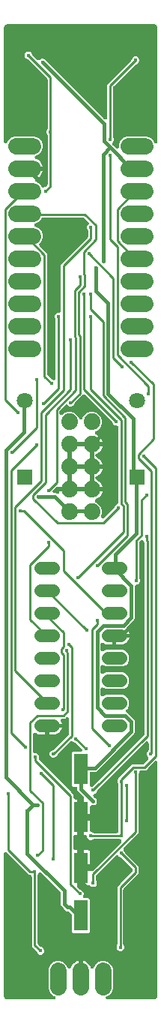
<source format=gbl>
G04 EAGLE Gerber RS-274X export*
G75*
%MOMM*%
%FSLAX34Y34*%
%LPD*%
%INBottom Copper*%
%IPPOS*%
%AMOC8*
5,1,8,0,0,1.08239X$1,22.5*%
G01*
%ADD10C,1.463037*%
%ADD11R,1.800000X1.800000*%
%ADD12C,1.800000*%
%ADD13C,1.879600*%
%ADD14C,1.828800*%
%ADD15R,1.600000X3.500000*%
%ADD16C,0.406400*%
%ADD17C,0.452400*%
%ADD18C,0.254000*%

G36*
X71202Y90901D02*
X71202Y90901D01*
X71206Y90901D01*
X71400Y90921D01*
X71598Y90941D01*
X71602Y90942D01*
X71607Y90942D01*
X71794Y91001D01*
X71983Y91059D01*
X71987Y91061D01*
X71991Y91062D01*
X72166Y91158D01*
X72337Y91251D01*
X72340Y91253D01*
X72344Y91256D01*
X72497Y91384D01*
X72646Y91508D01*
X72649Y91512D01*
X72652Y91515D01*
X72777Y91671D01*
X72898Y91822D01*
X72900Y91826D01*
X72903Y91829D01*
X72996Y92010D01*
X73084Y92179D01*
X73085Y92184D01*
X73087Y92188D01*
X73141Y92378D01*
X73195Y92566D01*
X73196Y92571D01*
X73197Y92575D01*
X73212Y92767D01*
X73228Y92968D01*
X73228Y92972D01*
X73228Y92976D01*
X73204Y93170D01*
X73181Y93367D01*
X73180Y93372D01*
X73179Y93376D01*
X73118Y93561D01*
X73056Y93750D01*
X73054Y93754D01*
X73053Y93758D01*
X72956Y93927D01*
X72859Y94101D01*
X72856Y94104D01*
X72853Y94108D01*
X72726Y94255D01*
X72595Y94405D01*
X72592Y94408D01*
X72589Y94412D01*
X72434Y94530D01*
X72277Y94652D01*
X72273Y94654D01*
X72270Y94657D01*
X71975Y94809D01*
X69869Y95681D01*
X66725Y98825D01*
X65023Y102933D01*
X65023Y125667D01*
X66725Y129775D01*
X69869Y132919D01*
X73977Y134621D01*
X78423Y134621D01*
X82531Y132919D01*
X85675Y129775D01*
X86760Y127156D01*
X86802Y127078D01*
X86835Y126995D01*
X86897Y126900D01*
X86950Y126801D01*
X87007Y126732D01*
X87055Y126658D01*
X87135Y126578D01*
X87207Y126491D01*
X87276Y126435D01*
X87338Y126371D01*
X87432Y126308D01*
X87519Y126237D01*
X87598Y126196D01*
X87672Y126146D01*
X87776Y126102D01*
X87876Y126050D01*
X87961Y126025D01*
X88043Y125991D01*
X88154Y125968D01*
X88262Y125937D01*
X88351Y125929D01*
X88438Y125912D01*
X88551Y125912D01*
X88663Y125902D01*
X88752Y125912D01*
X88840Y125912D01*
X88951Y125935D01*
X89063Y125947D01*
X89148Y125974D01*
X89235Y125992D01*
X89339Y126036D01*
X89447Y126070D01*
X89524Y126114D01*
X89606Y126148D01*
X89700Y126212D01*
X89798Y126267D01*
X89866Y126324D01*
X89939Y126374D01*
X90018Y126455D01*
X90104Y126529D01*
X90159Y126599D01*
X90221Y126662D01*
X90283Y126756D01*
X90352Y126846D01*
X90392Y126925D01*
X90441Y126999D01*
X90495Y127130D01*
X90533Y127205D01*
X90545Y127250D01*
X90569Y127305D01*
X90771Y127929D01*
X91606Y129568D01*
X92687Y131056D01*
X93988Y132357D01*
X95476Y133438D01*
X97114Y134273D01*
X98864Y134841D01*
X99061Y134872D01*
X99061Y114808D01*
X99062Y114790D01*
X99061Y114773D01*
X99082Y114590D01*
X99101Y114408D01*
X99106Y114391D01*
X99108Y114373D01*
X99165Y114198D01*
X99219Y114023D01*
X99227Y114007D01*
X99233Y113990D01*
X99323Y113830D01*
X99410Y113669D01*
X99422Y113655D01*
X99431Y113639D01*
X99551Y113500D01*
X99668Y113359D01*
X99682Y113348D01*
X99694Y113335D01*
X99839Y113222D01*
X99982Y113107D01*
X99998Y113099D01*
X100012Y113088D01*
X100177Y113006D01*
X100339Y112922D01*
X100356Y112917D01*
X100372Y112909D01*
X100551Y112861D01*
X100726Y112810D01*
X100744Y112809D01*
X100761Y112804D01*
X101092Y112777D01*
X102108Y112777D01*
X102126Y112779D01*
X102144Y112777D01*
X102326Y112799D01*
X102509Y112817D01*
X102526Y112822D01*
X102543Y112824D01*
X102718Y112881D01*
X102894Y112935D01*
X102909Y112943D01*
X102926Y112949D01*
X103086Y113039D01*
X103248Y113127D01*
X103261Y113138D01*
X103277Y113147D01*
X103416Y113267D01*
X103557Y113385D01*
X103568Y113398D01*
X103582Y113410D01*
X103694Y113555D01*
X103809Y113698D01*
X103817Y113714D01*
X103828Y113728D01*
X103910Y113893D01*
X103995Y114056D01*
X104000Y114073D01*
X104008Y114089D01*
X104055Y114267D01*
X104106Y114442D01*
X104108Y114460D01*
X104112Y114477D01*
X104139Y114808D01*
X104139Y134872D01*
X104336Y134841D01*
X106086Y134273D01*
X107724Y133438D01*
X109212Y132357D01*
X110513Y131056D01*
X111594Y129568D01*
X112429Y127929D01*
X112631Y127305D01*
X112667Y127224D01*
X112693Y127139D01*
X112748Y127040D01*
X112793Y126937D01*
X112844Y126864D01*
X112887Y126786D01*
X112959Y126700D01*
X113024Y126607D01*
X113089Y126546D01*
X113146Y126478D01*
X113234Y126408D01*
X113316Y126330D01*
X113391Y126282D01*
X113461Y126227D01*
X113561Y126176D01*
X113657Y126115D01*
X113740Y126084D01*
X113819Y126043D01*
X113927Y126012D01*
X114033Y125972D01*
X114121Y125958D01*
X114206Y125933D01*
X114319Y125925D01*
X114430Y125906D01*
X114519Y125909D01*
X114608Y125902D01*
X114720Y125916D01*
X114833Y125920D01*
X114919Y125940D01*
X115007Y125951D01*
X115115Y125986D01*
X115225Y126013D01*
X115305Y126050D01*
X115390Y126078D01*
X115488Y126134D01*
X115590Y126181D01*
X115662Y126233D01*
X115739Y126277D01*
X115825Y126351D01*
X115916Y126418D01*
X115976Y126483D01*
X116043Y126541D01*
X116112Y126631D01*
X116188Y126714D01*
X116234Y126790D01*
X116288Y126861D01*
X116353Y126986D01*
X116397Y127059D01*
X116412Y127102D01*
X116440Y127156D01*
X117525Y129775D01*
X120669Y132919D01*
X124777Y134621D01*
X129223Y134621D01*
X133331Y132919D01*
X136475Y129775D01*
X138177Y125667D01*
X138177Y102933D01*
X136475Y98825D01*
X133331Y95681D01*
X131225Y94809D01*
X131222Y94807D01*
X131217Y94805D01*
X131045Y94712D01*
X130871Y94618D01*
X130867Y94616D01*
X130863Y94613D01*
X130714Y94489D01*
X130560Y94362D01*
X130557Y94359D01*
X130554Y94356D01*
X130431Y94203D01*
X130306Y94049D01*
X130304Y94045D01*
X130302Y94042D01*
X130211Y93867D01*
X130119Y93693D01*
X130118Y93689D01*
X130116Y93685D01*
X130062Y93497D01*
X130006Y93306D01*
X130006Y93302D01*
X130005Y93298D01*
X129988Y93100D01*
X129972Y92905D01*
X129972Y92901D01*
X129972Y92896D01*
X129995Y92700D01*
X130017Y92505D01*
X130018Y92501D01*
X130019Y92497D01*
X130079Y92311D01*
X130140Y92122D01*
X130142Y92118D01*
X130144Y92114D01*
X130242Y91939D01*
X130336Y91770D01*
X130339Y91767D01*
X130341Y91763D01*
X130470Y91615D01*
X130598Y91465D01*
X130602Y91462D01*
X130605Y91458D01*
X130759Y91338D01*
X130915Y91216D01*
X130919Y91214D01*
X130923Y91212D01*
X131101Y91123D01*
X131275Y91036D01*
X131279Y91034D01*
X131283Y91032D01*
X131475Y90981D01*
X131663Y90929D01*
X131668Y90929D01*
X131672Y90928D01*
X132003Y90901D01*
X184150Y90901D01*
X184236Y90909D01*
X184415Y90918D01*
X185015Y90997D01*
X185046Y91004D01*
X185077Y91006D01*
X185241Y91050D01*
X185407Y91089D01*
X185436Y91102D01*
X185466Y91110D01*
X185766Y91252D01*
X186805Y91852D01*
X186938Y91947D01*
X187074Y92038D01*
X187101Y92065D01*
X187132Y92087D01*
X187243Y92207D01*
X187359Y92322D01*
X187383Y92357D01*
X187406Y92381D01*
X187452Y92456D01*
X187548Y92595D01*
X188148Y93634D01*
X188161Y93663D01*
X188178Y93689D01*
X188244Y93846D01*
X188314Y94001D01*
X188321Y94032D01*
X188333Y94061D01*
X188403Y94385D01*
X188482Y94985D01*
X188485Y95071D01*
X188499Y95250D01*
X188499Y358376D01*
X188498Y358384D01*
X188499Y358393D01*
X188478Y358587D01*
X188459Y358776D01*
X188457Y358785D01*
X188456Y358794D01*
X188398Y358978D01*
X188341Y359161D01*
X188337Y359169D01*
X188334Y359178D01*
X188241Y359346D01*
X188149Y359515D01*
X188144Y359522D01*
X188139Y359530D01*
X188015Y359677D01*
X187892Y359824D01*
X187885Y359830D01*
X187879Y359837D01*
X187728Y359956D01*
X187578Y360077D01*
X187570Y360081D01*
X187563Y360086D01*
X187390Y360174D01*
X187221Y360262D01*
X187212Y360265D01*
X187204Y360269D01*
X187018Y360321D01*
X186834Y360374D01*
X186825Y360374D01*
X186816Y360377D01*
X186623Y360391D01*
X186432Y360407D01*
X186424Y360406D01*
X186415Y360406D01*
X186222Y360382D01*
X186033Y360360D01*
X186024Y360357D01*
X186015Y360356D01*
X185832Y360294D01*
X185650Y360235D01*
X185642Y360230D01*
X185634Y360228D01*
X185467Y360131D01*
X185299Y360037D01*
X185292Y360031D01*
X185285Y360027D01*
X185032Y359812D01*
X177634Y352414D01*
X175104Y349884D01*
X169775Y349884D01*
X169757Y349882D01*
X169739Y349884D01*
X169557Y349863D01*
X169374Y349844D01*
X169357Y349839D01*
X169340Y349837D01*
X169165Y349780D01*
X168989Y349726D01*
X168974Y349718D01*
X168957Y349712D01*
X168797Y349622D01*
X168635Y349534D01*
X168622Y349523D01*
X168606Y349514D01*
X168467Y349394D01*
X168326Y349277D01*
X168315Y349263D01*
X168301Y349251D01*
X168189Y349106D01*
X168074Y348963D01*
X168066Y348947D01*
X168055Y348933D01*
X167973Y348768D01*
X167888Y348606D01*
X167883Y348589D01*
X167875Y348573D01*
X167828Y348394D01*
X167777Y348219D01*
X167775Y348201D01*
X167771Y348184D01*
X167744Y347853D01*
X167744Y346618D01*
X166980Y344775D01*
X166903Y344629D01*
X166895Y344603D01*
X166883Y344579D01*
X166838Y344410D01*
X166788Y344243D01*
X166786Y344216D01*
X166779Y344190D01*
X166752Y343860D01*
X166752Y278667D01*
X150255Y262170D01*
X150244Y262156D01*
X150230Y262145D01*
X150116Y262001D01*
X150000Y261859D01*
X149992Y261843D01*
X149981Y261829D01*
X149898Y261666D01*
X149811Y261503D01*
X149806Y261486D01*
X149798Y261470D01*
X149749Y261293D01*
X149697Y261117D01*
X149695Y261099D01*
X149690Y261082D01*
X149677Y260899D01*
X149660Y260716D01*
X149662Y260698D01*
X149661Y260681D01*
X149684Y260499D01*
X149704Y260316D01*
X149709Y260299D01*
X149711Y260281D01*
X149770Y260107D01*
X149825Y259932D01*
X149834Y259916D01*
X149839Y259900D01*
X149931Y259741D01*
X150020Y259580D01*
X150031Y259566D01*
X150040Y259551D01*
X150255Y259298D01*
X151088Y258465D01*
X151851Y256622D01*
X151900Y256464D01*
X151913Y256440D01*
X151921Y256415D01*
X152008Y256263D01*
X152092Y256110D01*
X152109Y256089D01*
X152122Y256066D01*
X152337Y255813D01*
X166752Y241398D01*
X166752Y232947D01*
X150202Y216397D01*
X150185Y216376D01*
X150164Y216359D01*
X150057Y216221D01*
X149947Y216085D01*
X149934Y216062D01*
X149918Y216041D01*
X149840Y215884D01*
X149758Y215730D01*
X149750Y215704D01*
X149738Y215680D01*
X149693Y215511D01*
X149643Y215344D01*
X149641Y215317D01*
X149634Y215291D01*
X149607Y214961D01*
X149607Y153599D01*
X149609Y153572D01*
X149607Y153545D01*
X149629Y153372D01*
X149647Y153199D01*
X149655Y153173D01*
X149658Y153145D01*
X149714Y152980D01*
X149765Y152814D01*
X149778Y152790D01*
X149786Y152764D01*
X149843Y152666D01*
X150599Y150841D01*
X150599Y149133D01*
X149945Y147554D01*
X148737Y146346D01*
X147158Y145692D01*
X145450Y145692D01*
X143871Y146346D01*
X142663Y147554D01*
X142009Y149133D01*
X142009Y150841D01*
X142773Y152684D01*
X142850Y152829D01*
X142857Y152855D01*
X142870Y152880D01*
X142915Y153049D01*
X142965Y153215D01*
X142967Y153242D01*
X142974Y153269D01*
X143001Y153599D01*
X143001Y218538D01*
X159551Y235088D01*
X159568Y235109D01*
X159589Y235126D01*
X159696Y235264D01*
X159806Y235400D01*
X159819Y235423D01*
X159835Y235444D01*
X159913Y235601D01*
X159995Y235755D01*
X160003Y235781D01*
X160015Y235805D01*
X160060Y235974D01*
X160110Y236141D01*
X160112Y236168D01*
X160119Y236194D01*
X160146Y236524D01*
X160146Y237821D01*
X160144Y237847D01*
X160146Y237874D01*
X160124Y238048D01*
X160106Y238221D01*
X160099Y238247D01*
X160095Y238273D01*
X160040Y238439D01*
X159988Y238606D01*
X159975Y238630D01*
X159967Y238655D01*
X159880Y238807D01*
X159796Y238960D01*
X159779Y238981D01*
X159766Y239004D01*
X159551Y239257D01*
X147666Y251142D01*
X147645Y251159D01*
X147628Y251180D01*
X147490Y251287D01*
X147354Y251397D01*
X147331Y251410D01*
X147310Y251426D01*
X147153Y251504D01*
X146999Y251586D01*
X146973Y251594D01*
X146949Y251606D01*
X146839Y251635D01*
X145014Y252391D01*
X144181Y253224D01*
X144168Y253235D01*
X144156Y253249D01*
X144012Y253362D01*
X143870Y253479D01*
X143854Y253487D01*
X143840Y253498D01*
X143676Y253582D01*
X143514Y253668D01*
X143497Y253673D01*
X143481Y253681D01*
X143304Y253730D01*
X143128Y253782D01*
X143110Y253784D01*
X143093Y253789D01*
X142910Y253802D01*
X142727Y253819D01*
X142710Y253817D01*
X142692Y253818D01*
X142510Y253795D01*
X142327Y253775D01*
X142310Y253770D01*
X142292Y253768D01*
X142118Y253709D01*
X141943Y253654D01*
X141927Y253645D01*
X141911Y253640D01*
X141752Y253548D01*
X141591Y253459D01*
X141577Y253448D01*
X141562Y253439D01*
X141309Y253224D01*
X119595Y231510D01*
X119578Y231489D01*
X119557Y231472D01*
X119450Y231334D01*
X119340Y231198D01*
X119327Y231175D01*
X119311Y231154D01*
X119233Y230997D01*
X119151Y230843D01*
X119143Y230817D01*
X119131Y230793D01*
X119086Y230624D01*
X119036Y230457D01*
X119034Y230430D01*
X119027Y230404D01*
X119000Y230074D01*
X119000Y225862D01*
X119002Y225836D01*
X119000Y225809D01*
X119022Y225635D01*
X119040Y225462D01*
X119047Y225436D01*
X119051Y225410D01*
X119106Y225244D01*
X119158Y225077D01*
X119171Y225053D01*
X119179Y225028D01*
X119236Y224929D01*
X119992Y223104D01*
X119992Y221396D01*
X119338Y219817D01*
X118130Y218609D01*
X116551Y217955D01*
X114843Y217955D01*
X113264Y218609D01*
X112542Y219331D01*
X112471Y219389D01*
X112408Y219454D01*
X112316Y219516D01*
X112230Y219587D01*
X112150Y219629D01*
X112075Y219680D01*
X111972Y219723D01*
X111875Y219775D01*
X111788Y219801D01*
X111704Y219836D01*
X111595Y219858D01*
X111489Y219890D01*
X111398Y219898D01*
X111309Y219916D01*
X111198Y219916D01*
X111088Y219926D01*
X110997Y219916D01*
X110906Y219917D01*
X110771Y219892D01*
X110688Y219883D01*
X110642Y219868D01*
X110580Y219857D01*
X109935Y219684D01*
X105599Y219684D01*
X105599Y235726D01*
X113628Y235726D01*
X113654Y235728D01*
X113681Y235726D01*
X113855Y235748D01*
X114028Y235766D01*
X114054Y235773D01*
X114080Y235777D01*
X114246Y235832D01*
X114413Y235884D01*
X114437Y235897D01*
X114462Y235905D01*
X114614Y235992D01*
X114767Y236075D01*
X114788Y236093D01*
X114811Y236106D01*
X115064Y236321D01*
X147149Y268406D01*
X147158Y268416D01*
X147168Y268425D01*
X147285Y268572D01*
X147404Y268717D01*
X147410Y268729D01*
X147419Y268740D01*
X147505Y268908D01*
X147593Y269073D01*
X147597Y269086D01*
X147603Y269098D01*
X147654Y269280D01*
X147708Y269459D01*
X147709Y269472D01*
X147712Y269485D01*
X147727Y269672D01*
X147744Y269860D01*
X147742Y269873D01*
X147744Y269887D01*
X147721Y270071D01*
X147701Y270260D01*
X147696Y270273D01*
X147695Y270286D01*
X147636Y270464D01*
X147579Y270644D01*
X147573Y270656D01*
X147568Y270669D01*
X147475Y270832D01*
X147384Y270996D01*
X147376Y271007D01*
X147369Y271018D01*
X147246Y271160D01*
X147124Y271303D01*
X147113Y271312D01*
X147104Y271322D01*
X146956Y271436D01*
X146808Y271553D01*
X146796Y271559D01*
X146785Y271567D01*
X146490Y271719D01*
X145798Y272006D01*
X145768Y272015D01*
X145740Y272029D01*
X145575Y272073D01*
X145412Y272122D01*
X145381Y272125D01*
X145351Y272133D01*
X145020Y272160D01*
X116769Y272160D01*
X116742Y272158D01*
X116715Y272160D01*
X116542Y272138D01*
X116369Y272120D01*
X116343Y272112D01*
X116315Y272109D01*
X116150Y272053D01*
X115984Y272002D01*
X115960Y271989D01*
X115934Y271981D01*
X115836Y271924D01*
X114870Y271524D01*
X114011Y271168D01*
X112303Y271168D01*
X110724Y271822D01*
X109516Y273030D01*
X108862Y274609D01*
X108862Y274778D01*
X108860Y274796D01*
X108862Y274814D01*
X108841Y274996D01*
X108822Y275179D01*
X108817Y275196D01*
X108815Y275213D01*
X108758Y275388D01*
X108704Y275564D01*
X108696Y275579D01*
X108690Y275596D01*
X108600Y275756D01*
X108512Y275918D01*
X108501Y275931D01*
X108492Y275947D01*
X108372Y276086D01*
X108255Y276227D01*
X108241Y276238D01*
X108229Y276252D01*
X108084Y276364D01*
X107941Y276479D01*
X107925Y276487D01*
X107911Y276498D01*
X107746Y276580D01*
X107584Y276665D01*
X107567Y276670D01*
X107551Y276678D01*
X107372Y276725D01*
X107197Y276776D01*
X107179Y276778D01*
X107162Y276782D01*
X106831Y276809D01*
X105599Y276809D01*
X105599Y292851D01*
X112141Y292851D01*
X112141Y281789D01*
X112143Y281771D01*
X112141Y281753D01*
X112162Y281571D01*
X112181Y281388D01*
X112186Y281371D01*
X112188Y281354D01*
X112245Y281179D01*
X112299Y281003D01*
X112307Y280988D01*
X112313Y280971D01*
X112403Y280811D01*
X112491Y280649D01*
X112502Y280636D01*
X112511Y280620D01*
X112631Y280481D01*
X112748Y280340D01*
X112762Y280329D01*
X112774Y280315D01*
X112919Y280203D01*
X113062Y280088D01*
X113078Y280080D01*
X113092Y280069D01*
X113257Y279987D01*
X113419Y279902D01*
X113436Y279897D01*
X113452Y279889D01*
X113631Y279842D01*
X113806Y279791D01*
X113824Y279789D01*
X113841Y279785D01*
X113972Y279774D01*
X115854Y278994D01*
X115999Y278917D01*
X116025Y278910D01*
X116050Y278897D01*
X116219Y278852D01*
X116385Y278802D01*
X116412Y278800D01*
X116439Y278793D01*
X116769Y278766D01*
X142113Y278766D01*
X142131Y278768D01*
X142149Y278766D01*
X142331Y278787D01*
X142514Y278806D01*
X142531Y278811D01*
X142548Y278813D01*
X142723Y278870D01*
X142899Y278924D01*
X142914Y278932D01*
X142931Y278938D01*
X143091Y279028D01*
X143253Y279116D01*
X143266Y279127D01*
X143282Y279136D01*
X143421Y279256D01*
X143562Y279373D01*
X143573Y279387D01*
X143587Y279399D01*
X143699Y279544D01*
X143814Y279687D01*
X143822Y279703D01*
X143833Y279717D01*
X143915Y279882D01*
X144000Y280044D01*
X144005Y280061D01*
X144013Y280077D01*
X144060Y280256D01*
X144111Y280431D01*
X144113Y280449D01*
X144117Y280466D01*
X144144Y280797D01*
X144144Y333573D01*
X144142Y333599D01*
X144144Y333626D01*
X144122Y333800D01*
X144104Y333973D01*
X144097Y333999D01*
X144093Y334025D01*
X144038Y334191D01*
X143986Y334358D01*
X143973Y334382D01*
X143965Y334407D01*
X143908Y334506D01*
X143152Y336331D01*
X143152Y338039D01*
X143916Y339882D01*
X143993Y340028D01*
X144001Y340054D01*
X144013Y340078D01*
X144058Y340247D01*
X144108Y340414D01*
X144110Y340441D01*
X144117Y340467D01*
X144144Y340797D01*
X144144Y340839D01*
X159795Y356490D01*
X171527Y356490D01*
X171553Y356492D01*
X171580Y356490D01*
X171754Y356512D01*
X171927Y356530D01*
X171953Y356537D01*
X171979Y356541D01*
X172145Y356596D01*
X172312Y356648D01*
X172336Y356661D01*
X172361Y356669D01*
X172512Y356756D01*
X172666Y356840D01*
X172687Y356857D01*
X172710Y356870D01*
X172963Y357085D01*
X177786Y361908D01*
X177797Y361922D01*
X177811Y361933D01*
X177925Y362077D01*
X178041Y362219D01*
X178049Y362235D01*
X178060Y362249D01*
X178143Y362412D01*
X178230Y362575D01*
X178235Y362592D01*
X178243Y362608D01*
X178292Y362785D01*
X178344Y362961D01*
X178346Y362979D01*
X178351Y362996D01*
X178364Y363179D01*
X178381Y363362D01*
X178379Y363380D01*
X178380Y363397D01*
X178357Y363579D01*
X178337Y363762D01*
X178332Y363779D01*
X178330Y363797D01*
X178272Y363970D01*
X178216Y364146D01*
X178207Y364162D01*
X178202Y364178D01*
X178110Y364337D01*
X178021Y364498D01*
X178010Y364512D01*
X178001Y364527D01*
X177786Y364780D01*
X176953Y365613D01*
X176299Y367192D01*
X176299Y368900D01*
X176953Y370479D01*
X177839Y371365D01*
X177856Y371386D01*
X177877Y371403D01*
X177984Y371541D01*
X178094Y371677D01*
X178107Y371700D01*
X178123Y371721D01*
X178201Y371878D01*
X178283Y372032D01*
X178291Y372058D01*
X178303Y372082D01*
X178348Y372251D01*
X178398Y372418D01*
X178400Y372445D01*
X178407Y372471D01*
X178434Y372801D01*
X178434Y380315D01*
X178433Y380323D01*
X178434Y380332D01*
X178413Y380526D01*
X178394Y380715D01*
X178392Y380724D01*
X178391Y380733D01*
X178332Y380917D01*
X178276Y381100D01*
X178272Y381108D01*
X178269Y381117D01*
X178176Y381285D01*
X178084Y381454D01*
X178079Y381461D01*
X178074Y381469D01*
X177950Y381616D01*
X177827Y381763D01*
X177820Y381769D01*
X177814Y381776D01*
X177662Y381896D01*
X177513Y382016D01*
X177505Y382020D01*
X177498Y382025D01*
X177325Y382113D01*
X177156Y382201D01*
X177147Y382204D01*
X177139Y382208D01*
X176953Y382260D01*
X176769Y382313D01*
X176760Y382313D01*
X176751Y382316D01*
X176558Y382330D01*
X176367Y382346D01*
X176359Y382345D01*
X176350Y382345D01*
X176157Y382321D01*
X175968Y382299D01*
X175959Y382296D01*
X175950Y382295D01*
X175768Y382234D01*
X175585Y382174D01*
X175577Y382169D01*
X175569Y382167D01*
X175402Y382070D01*
X175234Y381976D01*
X175227Y381970D01*
X175220Y381966D01*
X174967Y381751D01*
X120587Y327371D01*
X120570Y327350D01*
X120549Y327333D01*
X120442Y327195D01*
X120332Y327059D01*
X120319Y327036D01*
X120303Y327015D01*
X120225Y326858D01*
X120143Y326704D01*
X120135Y326678D01*
X120123Y326654D01*
X120094Y326544D01*
X119338Y324719D01*
X118130Y323511D01*
X116967Y323029D01*
X116955Y323023D01*
X116942Y323019D01*
X116778Y322928D01*
X116612Y322839D01*
X116602Y322831D01*
X116590Y322824D01*
X116447Y322703D01*
X116302Y322583D01*
X116293Y322572D01*
X116283Y322564D01*
X116166Y322416D01*
X116048Y322270D01*
X116042Y322258D01*
X116033Y322248D01*
X115948Y322080D01*
X115861Y321914D01*
X115857Y321901D01*
X115851Y321889D01*
X115801Y321708D01*
X115748Y321527D01*
X115747Y321514D01*
X115743Y321501D01*
X115729Y321312D01*
X115713Y321126D01*
X115715Y321113D01*
X115714Y321099D01*
X115737Y320912D01*
X115758Y320726D01*
X115762Y320713D01*
X115764Y320700D01*
X115824Y320522D01*
X115881Y320343D01*
X115888Y320331D01*
X115892Y320318D01*
X115986Y320155D01*
X116078Y319991D01*
X116086Y319981D01*
X116093Y319969D01*
X116308Y319716D01*
X117289Y318736D01*
X117313Y318716D01*
X117333Y318692D01*
X117469Y318588D01*
X117600Y318481D01*
X117628Y318466D01*
X117653Y318447D01*
X117948Y318295D01*
X118130Y318220D01*
X119338Y317012D01*
X119992Y315433D01*
X119992Y313725D01*
X119338Y312146D01*
X118130Y310938D01*
X116551Y310284D01*
X114806Y310284D01*
X114745Y310302D01*
X114564Y310357D01*
X114551Y310358D01*
X114538Y310362D01*
X114350Y310377D01*
X114163Y310395D01*
X114150Y310393D01*
X114136Y310394D01*
X113950Y310373D01*
X113763Y310353D01*
X113750Y310349D01*
X113737Y310348D01*
X113557Y310289D01*
X113378Y310233D01*
X113367Y310227D01*
X113354Y310223D01*
X113189Y310130D01*
X113025Y310040D01*
X113015Y310031D01*
X113003Y310025D01*
X112861Y309902D01*
X112717Y309781D01*
X112709Y309770D01*
X112698Y309762D01*
X112584Y309614D01*
X112466Y309466D01*
X112460Y309454D01*
X112452Y309444D01*
X112368Y309275D01*
X112282Y309108D01*
X112278Y309095D01*
X112272Y309083D01*
X112223Y308900D01*
X112172Y308720D01*
X112171Y308707D01*
X112168Y308694D01*
X112141Y308363D01*
X112141Y300849D01*
X105599Y300849D01*
X105599Y318087D01*
X105597Y318114D01*
X105599Y318140D01*
X105577Y318314D01*
X105559Y318488D01*
X105552Y318513D01*
X105548Y318540D01*
X105492Y318706D01*
X105441Y318873D01*
X105428Y318896D01*
X105420Y318921D01*
X105333Y319073D01*
X105249Y319227D01*
X105232Y319247D01*
X105219Y319270D01*
X105004Y319523D01*
X98281Y326247D01*
X97662Y327740D01*
X97662Y329286D01*
X97660Y329304D01*
X97662Y329322D01*
X97641Y329504D01*
X97622Y329687D01*
X97617Y329704D01*
X97615Y329721D01*
X97558Y329896D01*
X97504Y330072D01*
X97496Y330087D01*
X97490Y330104D01*
X97400Y330264D01*
X97312Y330426D01*
X97301Y330439D01*
X97292Y330455D01*
X97172Y330594D01*
X97055Y330735D01*
X97041Y330746D01*
X97029Y330760D01*
X96884Y330872D01*
X96741Y330987D01*
X96725Y330995D01*
X96711Y331006D01*
X96546Y331088D01*
X96384Y331173D01*
X96367Y331178D01*
X96351Y331186D01*
X96172Y331233D01*
X95997Y331284D01*
X95979Y331286D01*
X95962Y331290D01*
X95631Y331317D01*
X92758Y331317D01*
X91567Y332508D01*
X91567Y369192D01*
X92758Y370383D01*
X101153Y370383D01*
X101166Y370384D01*
X101180Y370383D01*
X101366Y370404D01*
X101553Y370423D01*
X101566Y370427D01*
X101580Y370428D01*
X101758Y370485D01*
X101938Y370541D01*
X101950Y370547D01*
X101963Y370551D01*
X102127Y370643D01*
X102292Y370733D01*
X102303Y370741D01*
X102315Y370748D01*
X102458Y370870D01*
X102602Y370990D01*
X102610Y371001D01*
X102620Y371010D01*
X102737Y371158D01*
X102854Y371304D01*
X102860Y371316D01*
X102869Y371327D01*
X102954Y371496D01*
X103039Y371661D01*
X103043Y371674D01*
X103049Y371686D01*
X103099Y371868D01*
X103151Y372048D01*
X103152Y372062D01*
X103155Y372075D01*
X103168Y372261D01*
X103184Y372450D01*
X103182Y372463D01*
X103183Y372476D01*
X103159Y372661D01*
X103137Y372849D01*
X103133Y372862D01*
X103131Y372876D01*
X103099Y372975D01*
X103096Y372996D01*
X103041Y373162D01*
X102989Y373329D01*
X102976Y373353D01*
X102968Y373378D01*
X102881Y373530D01*
X102797Y373683D01*
X102780Y373704D01*
X102767Y373727D01*
X102552Y373980D01*
X96231Y380301D01*
X96210Y380318D01*
X96193Y380339D01*
X96055Y380446D01*
X95919Y380556D01*
X95896Y380569D01*
X95875Y380585D01*
X95718Y380663D01*
X95564Y380745D01*
X95538Y380753D01*
X95514Y380765D01*
X95404Y380794D01*
X93579Y381550D01*
X92746Y382383D01*
X92733Y382394D01*
X92721Y382408D01*
X92577Y382521D01*
X92435Y382638D01*
X92419Y382646D01*
X92405Y382657D01*
X92241Y382741D01*
X92079Y382827D01*
X92062Y382832D01*
X92046Y382840D01*
X91869Y382889D01*
X91693Y382941D01*
X91675Y382943D01*
X91658Y382948D01*
X91475Y382961D01*
X91292Y382978D01*
X91275Y382976D01*
X91257Y382977D01*
X91075Y382954D01*
X90892Y382934D01*
X90875Y382929D01*
X90857Y382927D01*
X90683Y382868D01*
X90508Y382813D01*
X90492Y382804D01*
X90476Y382799D01*
X90317Y382707D01*
X90156Y382618D01*
X90142Y382607D01*
X90127Y382598D01*
X89874Y382383D01*
X75756Y368265D01*
X75739Y368244D01*
X75718Y368227D01*
X75611Y368089D01*
X75501Y367953D01*
X75488Y367930D01*
X75472Y367909D01*
X75394Y367752D01*
X75312Y367598D01*
X75304Y367572D01*
X75292Y367548D01*
X75263Y367438D01*
X74507Y365613D01*
X73299Y364405D01*
X71720Y363751D01*
X70012Y363751D01*
X68433Y364405D01*
X67225Y365613D01*
X66571Y367192D01*
X66571Y368900D01*
X67225Y370479D01*
X68433Y371687D01*
X70276Y372450D01*
X70434Y372499D01*
X70458Y372512D01*
X70483Y372520D01*
X70635Y372607D01*
X70788Y372691D01*
X70809Y372708D01*
X70832Y372721D01*
X71085Y372936D01*
X87542Y389393D01*
X87559Y389414D01*
X87580Y389431D01*
X87687Y389569D01*
X87797Y389705D01*
X87810Y389728D01*
X87826Y389749D01*
X87904Y389906D01*
X87986Y390060D01*
X87994Y390086D01*
X88006Y390110D01*
X88051Y390279D01*
X88101Y390446D01*
X88103Y390473D01*
X88110Y390499D01*
X88137Y390829D01*
X88137Y407747D01*
X88136Y407755D01*
X88137Y407764D01*
X88116Y407956D01*
X88097Y408147D01*
X88095Y408156D01*
X88094Y408165D01*
X88036Y408347D01*
X87979Y408532D01*
X87975Y408540D01*
X87972Y408549D01*
X87879Y408717D01*
X87787Y408886D01*
X87782Y408893D01*
X87777Y408901D01*
X87652Y409049D01*
X87530Y409195D01*
X87523Y409201D01*
X87517Y409208D01*
X87365Y409328D01*
X87216Y409448D01*
X87208Y409452D01*
X87201Y409457D01*
X87029Y409545D01*
X86859Y409633D01*
X86850Y409636D01*
X86842Y409640D01*
X86656Y409692D01*
X86472Y409745D01*
X86463Y409745D01*
X86454Y409748D01*
X86262Y409762D01*
X86070Y409778D01*
X86062Y409777D01*
X86053Y409777D01*
X85860Y409753D01*
X85671Y409731D01*
X85662Y409728D01*
X85653Y409727D01*
X85470Y409665D01*
X85288Y409606D01*
X85280Y409601D01*
X85272Y409599D01*
X85106Y409503D01*
X84937Y409408D01*
X84930Y409402D01*
X84923Y409398D01*
X84670Y409183D01*
X83664Y408177D01*
X81050Y408177D01*
X80958Y408168D01*
X80864Y408169D01*
X80758Y408148D01*
X80650Y408137D01*
X80561Y408110D01*
X80469Y408092D01*
X80369Y408051D01*
X80265Y408019D01*
X80183Y407975D01*
X80097Y407939D01*
X80006Y407879D01*
X79911Y407827D01*
X79839Y407768D01*
X79762Y407716D01*
X79685Y407639D01*
X79602Y407570D01*
X79543Y407497D01*
X79477Y407431D01*
X79417Y407341D01*
X79349Y407256D01*
X79306Y407173D01*
X79255Y407096D01*
X79214Y406995D01*
X79164Y406899D01*
X79138Y406809D01*
X79103Y406723D01*
X79082Y406616D01*
X79052Y406512D01*
X79045Y406419D01*
X79027Y406327D01*
X79028Y406219D01*
X79019Y406110D01*
X79030Y406018D01*
X79031Y405925D01*
X79054Y405818D01*
X79066Y405711D01*
X79095Y405622D01*
X79115Y405531D01*
X79165Y405407D01*
X79191Y405328D01*
X79216Y405285D01*
X79241Y405224D01*
X79949Y403833D01*
X80428Y402358D01*
X80472Y402081D01*
X63500Y402081D01*
X63483Y402080D01*
X63465Y402081D01*
X63282Y402060D01*
X63100Y402041D01*
X63083Y402036D01*
X63065Y402034D01*
X62890Y401977D01*
X62715Y401923D01*
X62699Y401915D01*
X62682Y401909D01*
X62522Y401819D01*
X62361Y401732D01*
X62347Y401720D01*
X62332Y401711D01*
X62192Y401591D01*
X62052Y401474D01*
X62051Y401474D01*
X62051Y401473D01*
X62040Y401460D01*
X62027Y401448D01*
X62026Y401448D01*
X61914Y401303D01*
X61799Y401160D01*
X61790Y401144D01*
X61780Y401130D01*
X61698Y400965D01*
X61613Y400802D01*
X61608Y400785D01*
X61600Y400769D01*
X61552Y400591D01*
X61502Y400415D01*
X61500Y400398D01*
X61496Y400380D01*
X61469Y400050D01*
X61469Y390194D01*
X55409Y390194D01*
X53877Y390437D01*
X52401Y390916D01*
X50877Y391693D01*
X50870Y391696D01*
X50758Y391761D01*
X50709Y391778D01*
X50664Y391802D01*
X50519Y391843D01*
X50377Y391892D01*
X50326Y391899D01*
X50277Y391913D01*
X50127Y391925D01*
X49978Y391945D01*
X49927Y391942D01*
X49875Y391946D01*
X49726Y391928D01*
X49576Y391918D01*
X49527Y391905D01*
X49476Y391899D01*
X49333Y391852D01*
X49188Y391813D01*
X49142Y391790D01*
X49093Y391774D01*
X48962Y391700D01*
X48827Y391633D01*
X48787Y391601D01*
X48742Y391576D01*
X48628Y391478D01*
X48510Y391385D01*
X48476Y391347D01*
X48437Y391313D01*
X48345Y391194D01*
X48247Y391080D01*
X48222Y391035D01*
X48191Y390995D01*
X48124Y390860D01*
X48050Y390729D01*
X48034Y390680D01*
X48011Y390634D01*
X47972Y390489D01*
X47926Y390346D01*
X47920Y390295D01*
X47907Y390246D01*
X47888Y390016D01*
X47880Y389946D01*
X47881Y389932D01*
X47880Y389915D01*
X47880Y370943D01*
X47882Y370925D01*
X47880Y370907D01*
X47901Y370725D01*
X47920Y370542D01*
X47925Y370525D01*
X47927Y370508D01*
X47984Y370333D01*
X48038Y370157D01*
X48046Y370142D01*
X48052Y370125D01*
X48142Y369965D01*
X48230Y369803D01*
X48241Y369790D01*
X48250Y369774D01*
X48370Y369635D01*
X48487Y369494D01*
X48501Y369483D01*
X48513Y369469D01*
X48658Y369357D01*
X48801Y369242D01*
X48817Y369234D01*
X48831Y369223D01*
X48996Y369141D01*
X49158Y369056D01*
X49175Y369051D01*
X49191Y369043D01*
X49370Y368996D01*
X49545Y368945D01*
X49563Y368943D01*
X49580Y368939D01*
X49911Y368912D01*
X51146Y368912D01*
X52725Y368258D01*
X53933Y367050D01*
X54587Y365471D01*
X54587Y363763D01*
X54388Y363282D01*
X54381Y363261D01*
X54371Y363241D01*
X54323Y363068D01*
X54271Y362897D01*
X54269Y362875D01*
X54263Y362853D01*
X54250Y362674D01*
X54233Y362496D01*
X54235Y362474D01*
X54234Y362452D01*
X54256Y362273D01*
X54275Y362096D01*
X54281Y362074D01*
X54284Y362052D01*
X54341Y361882D01*
X54395Y361711D01*
X54405Y361692D01*
X54412Y361671D01*
X54502Y361515D01*
X54588Y361358D01*
X54602Y361341D01*
X54613Y361322D01*
X54828Y361069D01*
X91070Y324827D01*
X93600Y322297D01*
X93600Y318922D01*
X93602Y318904D01*
X93600Y318886D01*
X93621Y318704D01*
X93640Y318521D01*
X93645Y318504D01*
X93647Y318487D01*
X93704Y318312D01*
X93758Y318136D01*
X93766Y318121D01*
X93772Y318104D01*
X93862Y317944D01*
X93950Y317782D01*
X93961Y317769D01*
X93970Y317753D01*
X94090Y317614D01*
X94207Y317473D01*
X94221Y317462D01*
X94233Y317448D01*
X94378Y317336D01*
X94521Y317221D01*
X94537Y317213D01*
X94551Y317202D01*
X94716Y317120D01*
X94878Y317035D01*
X94895Y317030D01*
X94911Y317022D01*
X95090Y316974D01*
X95265Y316924D01*
X95283Y316922D01*
X95300Y316918D01*
X95631Y316891D01*
X97601Y316891D01*
X97601Y298818D01*
X97602Y298800D01*
X97601Y298783D01*
X97622Y298600D01*
X97641Y298418D01*
X97646Y298401D01*
X97648Y298383D01*
X97705Y298208D01*
X97759Y298033D01*
X97767Y298017D01*
X97773Y298000D01*
X97863Y297840D01*
X97950Y297679D01*
X97962Y297665D01*
X97971Y297649D01*
X98091Y297510D01*
X98208Y297369D01*
X98222Y297358D01*
X98234Y297345D01*
X98379Y297232D01*
X98522Y297117D01*
X98538Y297109D01*
X98552Y297098D01*
X98717Y297016D01*
X98879Y296932D01*
X98896Y296927D01*
X98912Y296919D01*
X99091Y296871D01*
X99155Y296852D01*
X99022Y296809D01*
X98846Y296755D01*
X98831Y296747D01*
X98814Y296741D01*
X98654Y296651D01*
X98492Y296563D01*
X98479Y296552D01*
X98463Y296543D01*
X98324Y296423D01*
X98183Y296305D01*
X98172Y296292D01*
X98158Y296280D01*
X98046Y296135D01*
X97931Y295992D01*
X97923Y295976D01*
X97912Y295962D01*
X97830Y295797D01*
X97745Y295634D01*
X97740Y295617D01*
X97732Y295601D01*
X97684Y295423D01*
X97634Y295248D01*
X97632Y295230D01*
X97628Y295213D01*
X97601Y294882D01*
X97601Y276809D01*
X95631Y276809D01*
X95613Y276807D01*
X95595Y276809D01*
X95413Y276788D01*
X95230Y276769D01*
X95213Y276764D01*
X95196Y276762D01*
X95021Y276705D01*
X94845Y276651D01*
X94830Y276643D01*
X94813Y276637D01*
X94653Y276547D01*
X94491Y276459D01*
X94478Y276448D01*
X94462Y276439D01*
X94323Y276319D01*
X94182Y276202D01*
X94171Y276188D01*
X94157Y276176D01*
X94045Y276031D01*
X93930Y275888D01*
X93922Y275872D01*
X93911Y275858D01*
X93829Y275693D01*
X93744Y275531D01*
X93739Y275514D01*
X93731Y275498D01*
X93684Y275319D01*
X93633Y275144D01*
X93631Y275126D01*
X93627Y275109D01*
X93600Y274778D01*
X93600Y261797D01*
X93602Y261779D01*
X93600Y261761D01*
X93621Y261579D01*
X93640Y261396D01*
X93645Y261379D01*
X93647Y261362D01*
X93704Y261187D01*
X93758Y261011D01*
X93766Y260996D01*
X93772Y260979D01*
X93862Y260819D01*
X93950Y260657D01*
X93961Y260644D01*
X93970Y260628D01*
X94090Y260489D01*
X94207Y260348D01*
X94221Y260337D01*
X94233Y260323D01*
X94378Y260211D01*
X94521Y260096D01*
X94537Y260088D01*
X94551Y260077D01*
X94716Y259995D01*
X94878Y259910D01*
X94895Y259905D01*
X94911Y259897D01*
X95090Y259849D01*
X95265Y259799D01*
X95283Y259797D01*
X95300Y259793D01*
X95631Y259766D01*
X97601Y259766D01*
X97601Y241693D01*
X97602Y241675D01*
X97601Y241658D01*
X97622Y241475D01*
X97641Y241293D01*
X97646Y241276D01*
X97648Y241258D01*
X97705Y241083D01*
X97759Y240908D01*
X97767Y240892D01*
X97773Y240875D01*
X97863Y240715D01*
X97950Y240554D01*
X97962Y240540D01*
X97971Y240524D01*
X98091Y240385D01*
X98208Y240244D01*
X98222Y240233D01*
X98234Y240220D01*
X98379Y240107D01*
X98522Y239992D01*
X98538Y239984D01*
X98552Y239973D01*
X98717Y239891D01*
X98879Y239807D01*
X98896Y239802D01*
X98912Y239794D01*
X99091Y239746D01*
X99155Y239727D01*
X99022Y239684D01*
X98846Y239630D01*
X98831Y239622D01*
X98814Y239616D01*
X98654Y239526D01*
X98492Y239438D01*
X98479Y239427D01*
X98463Y239418D01*
X98324Y239298D01*
X98183Y239180D01*
X98172Y239167D01*
X98158Y239155D01*
X98046Y239010D01*
X97931Y238867D01*
X97923Y238851D01*
X97912Y238837D01*
X97830Y238672D01*
X97745Y238509D01*
X97740Y238492D01*
X97732Y238476D01*
X97684Y238298D01*
X97634Y238123D01*
X97632Y238105D01*
X97628Y238088D01*
X97601Y237757D01*
X97601Y218807D01*
X97603Y218781D01*
X97601Y218754D01*
X97623Y218580D01*
X97641Y218407D01*
X97648Y218381D01*
X97652Y218355D01*
X97707Y218189D01*
X97759Y218022D01*
X97772Y217998D01*
X97780Y217973D01*
X97867Y217821D01*
X97950Y217668D01*
X97968Y217647D01*
X97981Y217624D01*
X98196Y217371D01*
X100365Y215202D01*
X100386Y215185D01*
X100403Y215164D01*
X100541Y215057D01*
X100677Y214947D01*
X100700Y214934D01*
X100721Y214918D01*
X100878Y214840D01*
X101032Y214758D01*
X101058Y214750D01*
X101082Y214738D01*
X101192Y214709D01*
X103017Y213953D01*
X104225Y212745D01*
X104879Y211166D01*
X104879Y209458D01*
X104302Y208066D01*
X104298Y208053D01*
X104292Y208042D01*
X104241Y207862D01*
X104186Y207681D01*
X104185Y207668D01*
X104181Y207655D01*
X104166Y207467D01*
X104148Y207280D01*
X104149Y207267D01*
X104148Y207253D01*
X104170Y207067D01*
X104189Y206880D01*
X104193Y206867D01*
X104195Y206854D01*
X104253Y206675D01*
X104309Y206495D01*
X104316Y206484D01*
X104320Y206471D01*
X104412Y206307D01*
X104503Y206142D01*
X104511Y206132D01*
X104518Y206120D01*
X104640Y205978D01*
X104762Y205834D01*
X104772Y205826D01*
X104781Y205815D01*
X104929Y205701D01*
X105076Y205583D01*
X105088Y205577D01*
X105099Y205569D01*
X105267Y205485D01*
X105435Y205399D01*
X105447Y205395D01*
X105460Y205389D01*
X105642Y205340D01*
X105822Y205289D01*
X105835Y205288D01*
X105848Y205285D01*
X106179Y205258D01*
X110442Y205258D01*
X111633Y204067D01*
X111633Y167383D01*
X110442Y166192D01*
X92758Y166192D01*
X91567Y167383D01*
X91567Y186069D01*
X91565Y186096D01*
X91567Y186122D01*
X91545Y186296D01*
X91527Y186470D01*
X91520Y186495D01*
X91516Y186522D01*
X91461Y186687D01*
X91409Y186854D01*
X91396Y186878D01*
X91388Y186903D01*
X91301Y187055D01*
X91217Y187209D01*
X91200Y187229D01*
X91187Y187252D01*
X90972Y187505D01*
X88295Y190182D01*
X88275Y190199D01*
X88257Y190220D01*
X88119Y190327D01*
X87984Y190437D01*
X87960Y190450D01*
X87939Y190466D01*
X87782Y190544D01*
X87628Y190626D01*
X87603Y190634D01*
X87578Y190646D01*
X87409Y190691D01*
X87242Y190741D01*
X87216Y190743D01*
X87190Y190750D01*
X86859Y190777D01*
X86014Y190777D01*
X84435Y191431D01*
X83227Y192639D01*
X83152Y192821D01*
X83137Y192849D01*
X83127Y192878D01*
X83042Y193026D01*
X82962Y193176D01*
X82942Y193200D01*
X82926Y193227D01*
X82711Y193480D01*
X79358Y196834D01*
X78739Y198327D01*
X78739Y211597D01*
X78737Y211624D01*
X78739Y211650D01*
X78717Y211824D01*
X78699Y211998D01*
X78692Y212023D01*
X78688Y212050D01*
X78633Y212215D01*
X78581Y212382D01*
X78568Y212406D01*
X78560Y212431D01*
X78473Y212583D01*
X78389Y212737D01*
X78372Y212757D01*
X78359Y212780D01*
X78144Y213033D01*
X57018Y234159D01*
X57008Y234168D01*
X56999Y234178D01*
X56852Y234295D01*
X56707Y234415D01*
X56695Y234421D01*
X56684Y234429D01*
X56517Y234515D01*
X56351Y234603D01*
X56338Y234607D01*
X56326Y234613D01*
X56145Y234664D01*
X55965Y234718D01*
X55952Y234719D01*
X55939Y234723D01*
X55753Y234737D01*
X55564Y234754D01*
X55551Y234753D01*
X55537Y234754D01*
X55353Y234731D01*
X55164Y234711D01*
X55151Y234707D01*
X55138Y234705D01*
X54960Y234646D01*
X54780Y234589D01*
X54768Y234583D01*
X54756Y234579D01*
X54592Y234485D01*
X54428Y234395D01*
X54417Y234386D01*
X54406Y234379D01*
X54264Y234256D01*
X54121Y234134D01*
X54112Y234124D01*
X54102Y234115D01*
X53987Y233965D01*
X53871Y233818D01*
X53865Y233806D01*
X53857Y233796D01*
X53705Y233500D01*
X53188Y232253D01*
X53111Y232107D01*
X53103Y232081D01*
X53091Y232057D01*
X53046Y231888D01*
X52996Y231721D01*
X52994Y231694D01*
X52987Y231668D01*
X52960Y231338D01*
X52960Y154482D01*
X52962Y154456D01*
X52960Y154429D01*
X52982Y154255D01*
X53000Y154082D01*
X53007Y154056D01*
X53011Y154030D01*
X53067Y153864D01*
X53118Y153697D01*
X53130Y153673D01*
X53139Y153648D01*
X53226Y153496D01*
X53310Y153343D01*
X53327Y153322D01*
X53340Y153299D01*
X53555Y153046D01*
X55788Y150813D01*
X55809Y150796D01*
X55826Y150775D01*
X55964Y150668D01*
X56100Y150558D01*
X56123Y150545D01*
X56144Y150529D01*
X56301Y150451D01*
X56455Y150369D01*
X56481Y150361D01*
X56505Y150349D01*
X56615Y150320D01*
X58440Y149564D01*
X59648Y148356D01*
X60302Y146777D01*
X60302Y145069D01*
X59648Y143490D01*
X58440Y142282D01*
X56861Y141628D01*
X55153Y141628D01*
X53574Y142282D01*
X52366Y143490D01*
X51603Y145333D01*
X51554Y145491D01*
X51541Y145515D01*
X51533Y145540D01*
X51446Y145692D01*
X51362Y145845D01*
X51345Y145866D01*
X51332Y145889D01*
X51117Y146142D01*
X46354Y150905D01*
X46354Y229616D01*
X46352Y229634D01*
X46354Y229652D01*
X46333Y229834D01*
X46314Y230017D01*
X46309Y230034D01*
X46307Y230051D01*
X46250Y230226D01*
X46196Y230402D01*
X46188Y230417D01*
X46182Y230434D01*
X46092Y230594D01*
X46004Y230756D01*
X45993Y230769D01*
X45984Y230785D01*
X45864Y230924D01*
X45747Y231065D01*
X45733Y231076D01*
X45721Y231090D01*
X45576Y231202D01*
X45433Y231317D01*
X45417Y231325D01*
X45403Y231336D01*
X45238Y231418D01*
X45076Y231503D01*
X45059Y231508D01*
X45043Y231516D01*
X44864Y231563D01*
X44689Y231614D01*
X44671Y231616D01*
X44654Y231620D01*
X44323Y231647D01*
X43082Y231647D01*
X18168Y256561D01*
X18161Y256567D01*
X18156Y256573D01*
X18006Y256694D01*
X17857Y256816D01*
X17849Y256820D01*
X17842Y256826D01*
X17671Y256915D01*
X17501Y257005D01*
X17493Y257007D01*
X17485Y257011D01*
X17299Y257065D01*
X17115Y257119D01*
X17106Y257120D01*
X17098Y257123D01*
X16906Y257138D01*
X16714Y257156D01*
X16705Y257155D01*
X16696Y257156D01*
X16507Y257133D01*
X16314Y257112D01*
X16305Y257110D01*
X16297Y257109D01*
X16115Y257049D01*
X15930Y256991D01*
X15922Y256987D01*
X15914Y256984D01*
X15745Y256889D01*
X15578Y256796D01*
X15571Y256790D01*
X15563Y256786D01*
X15417Y256660D01*
X15271Y256536D01*
X15265Y256529D01*
X15258Y256523D01*
X15141Y256371D01*
X15021Y256220D01*
X15017Y256212D01*
X15012Y256205D01*
X14926Y256033D01*
X14839Y255861D01*
X14836Y255852D01*
X14832Y255844D01*
X14782Y255658D01*
X14731Y255473D01*
X14730Y255464D01*
X14728Y255455D01*
X14701Y255125D01*
X14701Y95250D01*
X14709Y95164D01*
X14718Y94985D01*
X14797Y94385D01*
X14804Y94354D01*
X14806Y94323D01*
X14850Y94159D01*
X14889Y93993D01*
X14902Y93965D01*
X14910Y93934D01*
X15052Y93634D01*
X15652Y92595D01*
X15747Y92462D01*
X15838Y92326D01*
X15865Y92299D01*
X15887Y92268D01*
X16007Y92157D01*
X16122Y92041D01*
X16157Y92017D01*
X16181Y91994D01*
X16256Y91948D01*
X16395Y91852D01*
X17434Y91252D01*
X17463Y91239D01*
X17489Y91222D01*
X17646Y91156D01*
X17801Y91086D01*
X17832Y91079D01*
X17861Y91067D01*
X18185Y90997D01*
X18785Y90918D01*
X18871Y90915D01*
X19050Y90901D01*
X71197Y90901D01*
X71202Y90901D01*
G37*
G36*
X59100Y1007268D02*
X59100Y1007268D01*
X59118Y1007267D01*
X59302Y1007291D01*
X59483Y1007311D01*
X59500Y1007316D01*
X59518Y1007319D01*
X59834Y1007420D01*
X61132Y1007958D01*
X61290Y1008007D01*
X61314Y1008020D01*
X61339Y1008028D01*
X61490Y1008115D01*
X61644Y1008199D01*
X61665Y1008216D01*
X61688Y1008229D01*
X61941Y1008444D01*
X63539Y1010042D01*
X63556Y1010063D01*
X63577Y1010080D01*
X63684Y1010218D01*
X63794Y1010354D01*
X63807Y1010377D01*
X63823Y1010398D01*
X63901Y1010555D01*
X63983Y1010709D01*
X63991Y1010735D01*
X64003Y1010759D01*
X64048Y1010928D01*
X64098Y1011095D01*
X64100Y1011122D01*
X64107Y1011148D01*
X64134Y1011478D01*
X64134Y1066236D01*
X64132Y1066262D01*
X64134Y1066289D01*
X64112Y1066463D01*
X64094Y1066636D01*
X64087Y1066662D01*
X64083Y1066688D01*
X64028Y1066854D01*
X63976Y1067021D01*
X63963Y1067045D01*
X63955Y1067070D01*
X63898Y1067169D01*
X63142Y1068994D01*
X63142Y1070702D01*
X63906Y1072545D01*
X63983Y1072691D01*
X63991Y1072717D01*
X64003Y1072741D01*
X64048Y1072910D01*
X64098Y1073077D01*
X64100Y1073104D01*
X64107Y1073130D01*
X64134Y1073460D01*
X64134Y1129361D01*
X64132Y1129387D01*
X64134Y1129414D01*
X64112Y1129588D01*
X64094Y1129761D01*
X64087Y1129787D01*
X64083Y1129813D01*
X64028Y1129979D01*
X63976Y1130146D01*
X63963Y1130170D01*
X63955Y1130195D01*
X63868Y1130347D01*
X63784Y1130500D01*
X63767Y1130521D01*
X63754Y1130544D01*
X63539Y1130797D01*
X42510Y1151826D01*
X42489Y1151843D01*
X42472Y1151864D01*
X42334Y1151971D01*
X42198Y1152081D01*
X42175Y1152094D01*
X42154Y1152110D01*
X41997Y1152188D01*
X41843Y1152270D01*
X41817Y1152278D01*
X41793Y1152290D01*
X41683Y1152319D01*
X39858Y1153075D01*
X38650Y1154283D01*
X37996Y1155862D01*
X37996Y1157570D01*
X38650Y1159149D01*
X39858Y1160357D01*
X41437Y1161011D01*
X43145Y1161011D01*
X44724Y1160357D01*
X45932Y1159149D01*
X46695Y1157306D01*
X46744Y1157148D01*
X46757Y1157124D01*
X46765Y1157099D01*
X46852Y1156947D01*
X46936Y1156794D01*
X46953Y1156773D01*
X46966Y1156750D01*
X47181Y1156497D01*
X52155Y1151523D01*
X52169Y1151512D01*
X52180Y1151498D01*
X52324Y1151384D01*
X52466Y1151268D01*
X52482Y1151260D01*
X52496Y1151249D01*
X52660Y1151165D01*
X52822Y1151079D01*
X52839Y1151074D01*
X52855Y1151066D01*
X53032Y1151017D01*
X53208Y1150965D01*
X53226Y1150963D01*
X53243Y1150958D01*
X53426Y1150945D01*
X53609Y1150928D01*
X53627Y1150930D01*
X53644Y1150929D01*
X53826Y1150952D01*
X54009Y1150972D01*
X54026Y1150977D01*
X54044Y1150979D01*
X54217Y1151037D01*
X54393Y1151093D01*
X54409Y1151102D01*
X54425Y1151107D01*
X54584Y1151199D01*
X54745Y1151288D01*
X54759Y1151299D01*
X54774Y1151308D01*
X55027Y1151523D01*
X55860Y1152356D01*
X57439Y1153010D01*
X59147Y1153010D01*
X60726Y1152356D01*
X61934Y1151148D01*
X62009Y1150966D01*
X62024Y1150938D01*
X62034Y1150909D01*
X62119Y1150761D01*
X62199Y1150611D01*
X62219Y1150587D01*
X62235Y1150560D01*
X62450Y1150307D01*
X128104Y1084653D01*
X128111Y1084647D01*
X128116Y1084640D01*
X128266Y1084520D01*
X128415Y1084398D01*
X128423Y1084393D01*
X128430Y1084388D01*
X128601Y1084299D01*
X128771Y1084209D01*
X128779Y1084206D01*
X128787Y1084202D01*
X128973Y1084149D01*
X129157Y1084094D01*
X129166Y1084093D01*
X129174Y1084091D01*
X129366Y1084075D01*
X129558Y1084058D01*
X129567Y1084059D01*
X129576Y1084058D01*
X129765Y1084080D01*
X129958Y1084101D01*
X129967Y1084104D01*
X129975Y1084105D01*
X130157Y1084164D01*
X130342Y1084223D01*
X130350Y1084227D01*
X130358Y1084230D01*
X130527Y1084325D01*
X130694Y1084418D01*
X130701Y1084423D01*
X130709Y1084428D01*
X130855Y1084554D01*
X131001Y1084678D01*
X131007Y1084685D01*
X131014Y1084691D01*
X131131Y1084842D01*
X131251Y1084994D01*
X131255Y1085002D01*
X131260Y1085009D01*
X131346Y1085181D01*
X131433Y1085353D01*
X131436Y1085361D01*
X131440Y1085369D01*
X131490Y1085556D01*
X131541Y1085741D01*
X131542Y1085750D01*
X131544Y1085758D01*
X131571Y1086089D01*
X131571Y1123794D01*
X158559Y1150782D01*
X158576Y1150803D01*
X158597Y1150820D01*
X158703Y1150958D01*
X158814Y1151094D01*
X158827Y1151117D01*
X158843Y1151138D01*
X158921Y1151295D01*
X159003Y1151449D01*
X159011Y1151475D01*
X159023Y1151499D01*
X159052Y1151609D01*
X159808Y1153434D01*
X161016Y1154642D01*
X162595Y1155296D01*
X164303Y1155296D01*
X165882Y1154642D01*
X167090Y1153434D01*
X167744Y1151855D01*
X167744Y1150147D01*
X167090Y1148568D01*
X165882Y1147360D01*
X164995Y1146993D01*
X164039Y1146597D01*
X163881Y1146548D01*
X163857Y1146535D01*
X163832Y1146527D01*
X163680Y1146440D01*
X163527Y1146356D01*
X163506Y1146339D01*
X163483Y1146326D01*
X163230Y1146111D01*
X138772Y1121653D01*
X138755Y1121632D01*
X138734Y1121615D01*
X138627Y1121477D01*
X138517Y1121341D01*
X138504Y1121318D01*
X138488Y1121297D01*
X138410Y1121140D01*
X138328Y1120986D01*
X138320Y1120960D01*
X138308Y1120936D01*
X138263Y1120767D01*
X138213Y1120600D01*
X138211Y1120573D01*
X138204Y1120547D01*
X138177Y1120217D01*
X138177Y1065459D01*
X138179Y1065433D01*
X138177Y1065406D01*
X138199Y1065232D01*
X138217Y1065059D01*
X138224Y1065033D01*
X138228Y1065007D01*
X138283Y1064841D01*
X138335Y1064674D01*
X138348Y1064650D01*
X138356Y1064625D01*
X138413Y1064526D01*
X139169Y1062701D01*
X139169Y1060993D01*
X138515Y1059414D01*
X137649Y1058549D01*
X137638Y1058535D01*
X137624Y1058523D01*
X137510Y1058379D01*
X137394Y1058237D01*
X137386Y1058221D01*
X137375Y1058207D01*
X137291Y1058043D01*
X137206Y1057881D01*
X137201Y1057864D01*
X137192Y1057848D01*
X137143Y1057672D01*
X137091Y1057496D01*
X137089Y1057478D01*
X137084Y1057461D01*
X137071Y1057278D01*
X137054Y1057095D01*
X137056Y1057077D01*
X137055Y1057059D01*
X137078Y1056878D01*
X137098Y1056694D01*
X137103Y1056677D01*
X137106Y1056660D01*
X137164Y1056486D01*
X137219Y1056310D01*
X137228Y1056295D01*
X137234Y1056278D01*
X137325Y1056119D01*
X137414Y1055958D01*
X137426Y1055944D01*
X137435Y1055929D01*
X137649Y1055676D01*
X138606Y1054720D01*
X141312Y1052014D01*
X141319Y1052008D01*
X141324Y1052001D01*
X141474Y1051881D01*
X141623Y1051759D01*
X141631Y1051754D01*
X141638Y1051749D01*
X141808Y1051660D01*
X141979Y1051570D01*
X141988Y1051567D01*
X141995Y1051563D01*
X142180Y1051510D01*
X142365Y1051455D01*
X142374Y1051454D01*
X142382Y1051452D01*
X142573Y1051436D01*
X142766Y1051419D01*
X142775Y1051420D01*
X142784Y1051419D01*
X142973Y1051441D01*
X143166Y1051462D01*
X143175Y1051465D01*
X143183Y1051466D01*
X143365Y1051525D01*
X143550Y1051584D01*
X143558Y1051588D01*
X143566Y1051591D01*
X143735Y1051686D01*
X143902Y1051779D01*
X143909Y1051784D01*
X143917Y1051789D01*
X144063Y1051915D01*
X144209Y1052039D01*
X144215Y1052046D01*
X144222Y1052052D01*
X144339Y1052203D01*
X144459Y1052355D01*
X144463Y1052363D01*
X144468Y1052370D01*
X144554Y1052542D01*
X144641Y1052714D01*
X144644Y1052722D01*
X144648Y1052730D01*
X144698Y1052916D01*
X144749Y1053102D01*
X144750Y1053111D01*
X144752Y1053119D01*
X144779Y1053450D01*
X144779Y1056323D01*
X146481Y1060431D01*
X149625Y1063575D01*
X150717Y1064027D01*
X150717Y1064028D01*
X153733Y1065277D01*
X176467Y1065277D01*
X180575Y1063575D01*
X183719Y1060431D01*
X184591Y1058325D01*
X184593Y1058322D01*
X184595Y1058317D01*
X184689Y1058144D01*
X184782Y1057971D01*
X184784Y1057967D01*
X184787Y1057963D01*
X184911Y1057814D01*
X185038Y1057660D01*
X185041Y1057657D01*
X185044Y1057654D01*
X185197Y1057531D01*
X185351Y1057406D01*
X185355Y1057404D01*
X185358Y1057402D01*
X185531Y1057312D01*
X185707Y1057219D01*
X185711Y1057218D01*
X185715Y1057216D01*
X185903Y1057162D01*
X186094Y1057106D01*
X186098Y1057106D01*
X186102Y1057105D01*
X186300Y1057088D01*
X186495Y1057072D01*
X186499Y1057072D01*
X186504Y1057072D01*
X186698Y1057095D01*
X186895Y1057117D01*
X186899Y1057118D01*
X186903Y1057119D01*
X187089Y1057179D01*
X187278Y1057240D01*
X187282Y1057242D01*
X187286Y1057244D01*
X187456Y1057339D01*
X187630Y1057436D01*
X187633Y1057439D01*
X187637Y1057441D01*
X187785Y1057570D01*
X187935Y1057698D01*
X187938Y1057702D01*
X187942Y1057705D01*
X188062Y1057859D01*
X188184Y1058015D01*
X188186Y1058019D01*
X188188Y1058023D01*
X188277Y1058201D01*
X188364Y1058375D01*
X188366Y1058379D01*
X188368Y1058383D01*
X188419Y1058575D01*
X188471Y1058763D01*
X188471Y1058768D01*
X188472Y1058772D01*
X188499Y1059103D01*
X188499Y1187450D01*
X188491Y1187536D01*
X188482Y1187715D01*
X188403Y1188315D01*
X188396Y1188346D01*
X188394Y1188377D01*
X188350Y1188541D01*
X188311Y1188707D01*
X188298Y1188735D01*
X188290Y1188766D01*
X188148Y1189066D01*
X187548Y1190105D01*
X187453Y1190238D01*
X187362Y1190374D01*
X187335Y1190401D01*
X187313Y1190432D01*
X187193Y1190543D01*
X187078Y1190659D01*
X187043Y1190683D01*
X187019Y1190706D01*
X186944Y1190752D01*
X186805Y1190848D01*
X185766Y1191448D01*
X185737Y1191461D01*
X185711Y1191478D01*
X185554Y1191544D01*
X185399Y1191614D01*
X185368Y1191621D01*
X185339Y1191633D01*
X185015Y1191703D01*
X184415Y1191782D01*
X184329Y1191785D01*
X184150Y1191799D01*
X19050Y1191799D01*
X18964Y1191791D01*
X18785Y1191782D01*
X18185Y1191703D01*
X18154Y1191696D01*
X18123Y1191694D01*
X17959Y1191650D01*
X17793Y1191611D01*
X17765Y1191598D01*
X17734Y1191590D01*
X17434Y1191448D01*
X16395Y1190848D01*
X16262Y1190753D01*
X16126Y1190662D01*
X16099Y1190635D01*
X16068Y1190613D01*
X15957Y1190493D01*
X15841Y1190378D01*
X15817Y1190343D01*
X15794Y1190319D01*
X15748Y1190244D01*
X15652Y1190105D01*
X15052Y1189066D01*
X15039Y1189037D01*
X15022Y1189011D01*
X14956Y1188854D01*
X14886Y1188699D01*
X14879Y1188668D01*
X14867Y1188640D01*
X14797Y1188315D01*
X14718Y1187715D01*
X14715Y1187629D01*
X14701Y1187450D01*
X14701Y1059103D01*
X14701Y1059098D01*
X14701Y1059094D01*
X14721Y1058900D01*
X14741Y1058702D01*
X14742Y1058698D01*
X14742Y1058693D01*
X14800Y1058508D01*
X14859Y1058317D01*
X14861Y1058313D01*
X14862Y1058309D01*
X14956Y1058137D01*
X15051Y1057963D01*
X15053Y1057960D01*
X15056Y1057956D01*
X15184Y1057803D01*
X15308Y1057654D01*
X15312Y1057651D01*
X15315Y1057648D01*
X15469Y1057524D01*
X15622Y1057402D01*
X15626Y1057400D01*
X15629Y1057397D01*
X15804Y1057307D01*
X15979Y1057216D01*
X15984Y1057215D01*
X15988Y1057213D01*
X16175Y1057160D01*
X16366Y1057105D01*
X16371Y1057104D01*
X16375Y1057103D01*
X16568Y1057088D01*
X16768Y1057072D01*
X16772Y1057072D01*
X16776Y1057072D01*
X16970Y1057096D01*
X17167Y1057119D01*
X17172Y1057120D01*
X17176Y1057121D01*
X17361Y1057182D01*
X17550Y1057244D01*
X17554Y1057246D01*
X17558Y1057247D01*
X17730Y1057345D01*
X17901Y1057441D01*
X17904Y1057444D01*
X17908Y1057447D01*
X18059Y1057578D01*
X18205Y1057705D01*
X18208Y1057708D01*
X18212Y1057711D01*
X18331Y1057867D01*
X18452Y1058023D01*
X18454Y1058027D01*
X18457Y1058030D01*
X18609Y1058325D01*
X19481Y1060431D01*
X22625Y1063575D01*
X23717Y1064027D01*
X23717Y1064028D01*
X26733Y1065277D01*
X49467Y1065277D01*
X53575Y1063575D01*
X56719Y1060431D01*
X58421Y1056323D01*
X58421Y1051877D01*
X56719Y1047769D01*
X53575Y1044625D01*
X50956Y1043540D01*
X50878Y1043498D01*
X50795Y1043465D01*
X50700Y1043403D01*
X50601Y1043350D01*
X50532Y1043293D01*
X50458Y1043245D01*
X50378Y1043165D01*
X50291Y1043093D01*
X50235Y1043024D01*
X50171Y1042962D01*
X50108Y1042868D01*
X50037Y1042781D01*
X49996Y1042702D01*
X49946Y1042628D01*
X49902Y1042524D01*
X49850Y1042424D01*
X49825Y1042339D01*
X49791Y1042257D01*
X49768Y1042146D01*
X49737Y1042038D01*
X49729Y1041949D01*
X49712Y1041862D01*
X49712Y1041749D01*
X49702Y1041637D01*
X49712Y1041548D01*
X49712Y1041460D01*
X49735Y1041349D01*
X49747Y1041237D01*
X49774Y1041152D01*
X49792Y1041065D01*
X49836Y1040961D01*
X49870Y1040853D01*
X49914Y1040776D01*
X49948Y1040694D01*
X50012Y1040600D01*
X50067Y1040502D01*
X50124Y1040434D01*
X50174Y1040361D01*
X50255Y1040282D01*
X50329Y1040196D01*
X50399Y1040141D01*
X50462Y1040079D01*
X50556Y1040017D01*
X50646Y1039948D01*
X50725Y1039908D01*
X50799Y1039859D01*
X50930Y1039805D01*
X51005Y1039767D01*
X51050Y1039755D01*
X51105Y1039731D01*
X51729Y1039529D01*
X53368Y1038694D01*
X54856Y1037613D01*
X56157Y1036312D01*
X57238Y1034824D01*
X58073Y1033186D01*
X58641Y1031436D01*
X58672Y1031239D01*
X38608Y1031239D01*
X38590Y1031237D01*
X38573Y1031239D01*
X38390Y1031218D01*
X38208Y1031199D01*
X38191Y1031194D01*
X38173Y1031192D01*
X37998Y1031135D01*
X37823Y1031081D01*
X37807Y1031073D01*
X37790Y1031067D01*
X37630Y1030977D01*
X37469Y1030889D01*
X37455Y1030878D01*
X37439Y1030869D01*
X37300Y1030749D01*
X37159Y1030632D01*
X37148Y1030618D01*
X37135Y1030606D01*
X37022Y1030461D01*
X36907Y1030318D01*
X36899Y1030302D01*
X36888Y1030288D01*
X36806Y1030123D01*
X36722Y1029961D01*
X36717Y1029944D01*
X36709Y1029928D01*
X36661Y1029749D01*
X36610Y1029574D01*
X36609Y1029556D01*
X36604Y1029539D01*
X36577Y1029208D01*
X36577Y1028192D01*
X36579Y1028174D01*
X36577Y1028156D01*
X36599Y1027974D01*
X36617Y1027791D01*
X36622Y1027774D01*
X36624Y1027757D01*
X36681Y1027582D01*
X36735Y1027406D01*
X36743Y1027391D01*
X36749Y1027374D01*
X36839Y1027214D01*
X36927Y1027052D01*
X36938Y1027039D01*
X36947Y1027023D01*
X37067Y1026884D01*
X37185Y1026743D01*
X37198Y1026732D01*
X37210Y1026718D01*
X37355Y1026606D01*
X37498Y1026491D01*
X37514Y1026483D01*
X37528Y1026472D01*
X37693Y1026390D01*
X37856Y1026305D01*
X37873Y1026300D01*
X37889Y1026292D01*
X38067Y1026244D01*
X38242Y1026194D01*
X38260Y1026192D01*
X38277Y1026188D01*
X38608Y1026161D01*
X58672Y1026161D01*
X58641Y1025964D01*
X58073Y1024214D01*
X57238Y1022576D01*
X56157Y1021088D01*
X54856Y1019787D01*
X53368Y1018706D01*
X51729Y1017871D01*
X51105Y1017669D01*
X51024Y1017633D01*
X50939Y1017607D01*
X50840Y1017552D01*
X50737Y1017507D01*
X50664Y1017456D01*
X50586Y1017413D01*
X50500Y1017341D01*
X50407Y1017276D01*
X50346Y1017211D01*
X50278Y1017154D01*
X50208Y1017066D01*
X50130Y1016984D01*
X50082Y1016909D01*
X50027Y1016839D01*
X49976Y1016739D01*
X49915Y1016643D01*
X49884Y1016560D01*
X49843Y1016481D01*
X49812Y1016373D01*
X49772Y1016267D01*
X49758Y1016179D01*
X49733Y1016094D01*
X49725Y1015981D01*
X49706Y1015870D01*
X49709Y1015781D01*
X49702Y1015692D01*
X49716Y1015580D01*
X49720Y1015467D01*
X49740Y1015381D01*
X49751Y1015293D01*
X49786Y1015185D01*
X49813Y1015075D01*
X49850Y1014995D01*
X49878Y1014910D01*
X49934Y1014812D01*
X49981Y1014710D01*
X50033Y1014638D01*
X50077Y1014561D01*
X50151Y1014475D01*
X50218Y1014384D01*
X50283Y1014324D01*
X50341Y1014257D01*
X50431Y1014188D01*
X50514Y1014112D01*
X50590Y1014066D01*
X50661Y1014012D01*
X50786Y1013947D01*
X50859Y1013903D01*
X50902Y1013888D01*
X50956Y1013860D01*
X53575Y1012775D01*
X56719Y1009631D01*
X57180Y1008520D01*
X57188Y1008504D01*
X57193Y1008487D01*
X57284Y1008326D01*
X57370Y1008165D01*
X57381Y1008151D01*
X57390Y1008135D01*
X57509Y1007996D01*
X57626Y1007854D01*
X57640Y1007843D01*
X57652Y1007830D01*
X57796Y1007716D01*
X57939Y1007601D01*
X57955Y1007592D01*
X57969Y1007581D01*
X58133Y1007499D01*
X58295Y1007414D01*
X58312Y1007409D01*
X58328Y1007401D01*
X58505Y1007352D01*
X58682Y1007301D01*
X58700Y1007299D01*
X58717Y1007294D01*
X58901Y1007282D01*
X59083Y1007266D01*
X59100Y1007268D01*
G37*
G36*
X126686Y633928D02*
X126686Y633928D01*
X126691Y633928D01*
X126889Y633952D01*
X127082Y633976D01*
X127086Y633977D01*
X127090Y633978D01*
X127274Y634040D01*
X127464Y634103D01*
X127468Y634105D01*
X127472Y634106D01*
X127643Y634204D01*
X127814Y634302D01*
X127817Y634305D01*
X127821Y634307D01*
X128074Y634522D01*
X139128Y645576D01*
X139145Y645597D01*
X139166Y645614D01*
X139273Y645752D01*
X139383Y645888D01*
X139396Y645911D01*
X139412Y645932D01*
X139490Y646089D01*
X139572Y646243D01*
X139580Y646269D01*
X139592Y646293D01*
X139621Y646403D01*
X140377Y648228D01*
X141585Y649436D01*
X142890Y649976D01*
X142910Y649987D01*
X142931Y649994D01*
X143087Y650082D01*
X143245Y650167D01*
X143262Y650181D01*
X143282Y650192D01*
X143418Y650309D01*
X143556Y650423D01*
X143570Y650440D01*
X143587Y650455D01*
X143696Y650596D01*
X143809Y650736D01*
X143820Y650755D01*
X143833Y650773D01*
X143913Y650934D01*
X143996Y651092D01*
X144003Y651114D01*
X144013Y651134D01*
X144059Y651307D01*
X144109Y651479D01*
X144111Y651501D01*
X144117Y651522D01*
X144144Y651853D01*
X144144Y736624D01*
X144142Y736642D01*
X144144Y736660D01*
X144123Y736842D01*
X144104Y737025D01*
X144099Y737042D01*
X144097Y737059D01*
X144040Y737234D01*
X143986Y737410D01*
X143978Y737425D01*
X143972Y737442D01*
X143882Y737602D01*
X143794Y737764D01*
X143783Y737777D01*
X143774Y737793D01*
X143654Y737932D01*
X143537Y738073D01*
X143523Y738084D01*
X143511Y738098D01*
X143366Y738210D01*
X143223Y738325D01*
X143207Y738333D01*
X143193Y738344D01*
X143028Y738426D01*
X142866Y738511D01*
X142849Y738516D01*
X142833Y738524D01*
X142654Y738571D01*
X142479Y738622D01*
X142461Y738624D01*
X142444Y738628D01*
X142113Y738655D01*
X140878Y738655D01*
X139299Y739309D01*
X138091Y740517D01*
X137328Y742360D01*
X137279Y742518D01*
X137266Y742542D01*
X137258Y742567D01*
X137171Y742719D01*
X137087Y742872D01*
X137070Y742893D01*
X137057Y742916D01*
X136842Y743169D01*
X106592Y773419D01*
X106578Y773430D01*
X106567Y773444D01*
X106423Y773558D01*
X106281Y773674D01*
X106265Y773682D01*
X106251Y773693D01*
X106087Y773777D01*
X105925Y773863D01*
X105908Y773868D01*
X105892Y773876D01*
X105715Y773925D01*
X105539Y773977D01*
X105521Y773979D01*
X105504Y773984D01*
X105321Y773997D01*
X105138Y774014D01*
X105120Y774012D01*
X105103Y774013D01*
X104921Y773990D01*
X104738Y773970D01*
X104721Y773965D01*
X104703Y773963D01*
X104529Y773904D01*
X104354Y773849D01*
X104338Y773840D01*
X104322Y773835D01*
X104162Y773743D01*
X104002Y773654D01*
X103988Y773643D01*
X103973Y773634D01*
X103720Y773419D01*
X95187Y764886D01*
X95170Y764865D01*
X95149Y764848D01*
X95042Y764710D01*
X94932Y764574D01*
X94919Y764551D01*
X94903Y764530D01*
X94825Y764373D01*
X94743Y764219D01*
X94735Y764193D01*
X94723Y764169D01*
X94694Y764059D01*
X93938Y762234D01*
X92730Y761026D01*
X91151Y760372D01*
X89443Y760372D01*
X87864Y761026D01*
X87031Y761859D01*
X87017Y761870D01*
X87006Y761884D01*
X86863Y761997D01*
X86720Y762114D01*
X86704Y762122D01*
X86690Y762133D01*
X86526Y762217D01*
X86364Y762303D01*
X86347Y762308D01*
X86331Y762316D01*
X86154Y762365D01*
X85978Y762417D01*
X85960Y762419D01*
X85943Y762424D01*
X85760Y762437D01*
X85577Y762454D01*
X85560Y762452D01*
X85542Y762453D01*
X85360Y762430D01*
X85177Y762410D01*
X85160Y762405D01*
X85142Y762403D01*
X84968Y762344D01*
X84793Y762289D01*
X84777Y762280D01*
X84761Y762275D01*
X84602Y762183D01*
X84441Y762094D01*
X84427Y762083D01*
X84412Y762074D01*
X84159Y761859D01*
X78193Y755893D01*
X78176Y755872D01*
X78155Y755855D01*
X78048Y755717D01*
X77938Y755581D01*
X77925Y755558D01*
X77909Y755537D01*
X77831Y755380D01*
X77749Y755226D01*
X77741Y755200D01*
X77729Y755176D01*
X77684Y755007D01*
X77634Y754840D01*
X77632Y754813D01*
X77625Y754787D01*
X77598Y754457D01*
X77598Y752717D01*
X77599Y752708D01*
X77598Y752699D01*
X77619Y752507D01*
X77638Y752316D01*
X77640Y752308D01*
X77641Y752299D01*
X77699Y752117D01*
X77756Y751932D01*
X77760Y751924D01*
X77763Y751915D01*
X77856Y751747D01*
X77948Y751578D01*
X77953Y751571D01*
X77958Y751563D01*
X78083Y751415D01*
X78205Y751268D01*
X78212Y751263D01*
X78218Y751256D01*
X78370Y751136D01*
X78519Y751016D01*
X78527Y751012D01*
X78534Y751006D01*
X78706Y750919D01*
X78876Y750830D01*
X78885Y750828D01*
X78893Y750824D01*
X79079Y750772D01*
X79263Y750719D01*
X79272Y750718D01*
X79281Y750716D01*
X79473Y750702D01*
X79665Y750686D01*
X79673Y750687D01*
X79682Y750687D01*
X79875Y750711D01*
X80064Y750733D01*
X80073Y750736D01*
X80082Y750737D01*
X80265Y750798D01*
X80447Y750858D01*
X80455Y750862D01*
X80463Y750865D01*
X80629Y750961D01*
X80798Y751056D01*
X80805Y751062D01*
X80812Y751066D01*
X81065Y751281D01*
X82425Y752641D01*
X86626Y754381D01*
X91174Y754381D01*
X95375Y752641D01*
X98591Y749425D01*
X99723Y746690D01*
X99728Y746682D01*
X99730Y746674D01*
X99822Y746506D01*
X99914Y746335D01*
X99919Y746328D01*
X99924Y746320D01*
X100047Y746174D01*
X100170Y746025D01*
X100177Y746019D01*
X100183Y746012D01*
X100333Y745893D01*
X100483Y745771D01*
X100491Y745767D01*
X100497Y745761D01*
X100669Y745673D01*
X100839Y745584D01*
X100848Y745581D01*
X100856Y745577D01*
X101041Y745525D01*
X101226Y745471D01*
X101234Y745470D01*
X101243Y745468D01*
X101434Y745453D01*
X101627Y745436D01*
X101636Y745437D01*
X101644Y745437D01*
X101837Y745460D01*
X102027Y745481D01*
X102035Y745484D01*
X102044Y745485D01*
X102229Y745546D01*
X102410Y745605D01*
X102418Y745609D01*
X102426Y745612D01*
X102594Y745707D01*
X102762Y745801D01*
X102768Y745807D01*
X102776Y745811D01*
X102921Y745938D01*
X103067Y746063D01*
X103073Y746070D01*
X103080Y746076D01*
X103197Y746228D01*
X103316Y746380D01*
X103320Y746388D01*
X103325Y746395D01*
X103477Y746690D01*
X104609Y749425D01*
X107825Y752641D01*
X112026Y754381D01*
X116574Y754381D01*
X120775Y752641D01*
X123991Y749425D01*
X125731Y745224D01*
X125731Y740676D01*
X123991Y736475D01*
X120775Y733259D01*
X118745Y732419D01*
X118667Y732377D01*
X118584Y732344D01*
X118490Y732282D01*
X118390Y732229D01*
X118322Y732172D01*
X118247Y732123D01*
X118167Y732044D01*
X118080Y731972D01*
X118024Y731903D01*
X117961Y731841D01*
X117897Y731747D01*
X117826Y731659D01*
X117785Y731581D01*
X117735Y731507D01*
X117691Y731403D01*
X117639Y731303D01*
X117614Y731218D01*
X117580Y731136D01*
X117558Y731025D01*
X117526Y730917D01*
X117518Y730828D01*
X117501Y730741D01*
X117501Y730628D01*
X117491Y730515D01*
X117501Y730427D01*
X117501Y730338D01*
X117524Y730228D01*
X117536Y730115D01*
X117564Y730031D01*
X117581Y729944D01*
X117625Y729840D01*
X117660Y729732D01*
X117703Y729654D01*
X117737Y729573D01*
X117801Y729479D01*
X117856Y729381D01*
X117914Y729313D01*
X117964Y729240D01*
X118044Y729160D01*
X118118Y729075D01*
X118188Y729020D01*
X118251Y728958D01*
X118346Y728896D01*
X118435Y728826D01*
X118514Y728787D01*
X118589Y728738D01*
X118719Y728684D01*
X118795Y728646D01*
X118839Y728634D01*
X118871Y728620D01*
X120557Y727761D01*
X122078Y726656D01*
X123406Y725328D01*
X124511Y723807D01*
X125364Y722133D01*
X125945Y720346D01*
X125985Y720089D01*
X114808Y720089D01*
X114790Y720087D01*
X114773Y720089D01*
X114590Y720068D01*
X114408Y720049D01*
X114391Y720044D01*
X114373Y720042D01*
X114295Y720017D01*
X114158Y720056D01*
X114140Y720058D01*
X114123Y720062D01*
X113792Y720089D01*
X89408Y720089D01*
X89390Y720087D01*
X89373Y720089D01*
X89190Y720068D01*
X89008Y720049D01*
X88991Y720044D01*
X88973Y720042D01*
X88798Y719985D01*
X88623Y719931D01*
X88607Y719923D01*
X88590Y719917D01*
X88430Y719827D01*
X88269Y719739D01*
X88255Y719728D01*
X88239Y719719D01*
X88100Y719599D01*
X87959Y719482D01*
X87948Y719468D01*
X87935Y719456D01*
X87822Y719311D01*
X87707Y719168D01*
X87699Y719152D01*
X87688Y719138D01*
X87606Y718973D01*
X87566Y718897D01*
X87414Y718811D01*
X87252Y718723D01*
X87239Y718712D01*
X87223Y718703D01*
X87084Y718583D01*
X86943Y718465D01*
X86932Y718452D01*
X86918Y718440D01*
X86806Y718295D01*
X86691Y718152D01*
X86683Y718136D01*
X86672Y718122D01*
X86590Y717957D01*
X86505Y717794D01*
X86500Y717777D01*
X86492Y717761D01*
X86444Y717583D01*
X86394Y717408D01*
X86392Y717390D01*
X86388Y717373D01*
X86361Y717042D01*
X86361Y692658D01*
X86362Y692640D01*
X86361Y692623D01*
X86382Y692440D01*
X86401Y692258D01*
X86406Y692241D01*
X86408Y692223D01*
X86433Y692145D01*
X86394Y692008D01*
X86392Y691990D01*
X86388Y691973D01*
X86361Y691642D01*
X86361Y669289D01*
X75796Y669289D01*
X75683Y669348D01*
X75674Y669351D01*
X75666Y669355D01*
X75481Y669406D01*
X75296Y669460D01*
X75287Y669460D01*
X75278Y669463D01*
X75085Y669477D01*
X74895Y669493D01*
X74886Y669492D01*
X74877Y669492D01*
X74684Y669468D01*
X74495Y669446D01*
X74486Y669443D01*
X74477Y669442D01*
X74295Y669381D01*
X74112Y669321D01*
X74104Y669316D01*
X74096Y669314D01*
X73929Y669218D01*
X73761Y669123D01*
X73755Y669117D01*
X73747Y669113D01*
X73494Y668898D01*
X70496Y665900D01*
X70490Y665893D01*
X70484Y665888D01*
X70363Y665738D01*
X70241Y665589D01*
X70237Y665581D01*
X70231Y665574D01*
X70142Y665403D01*
X70052Y665233D01*
X70050Y665225D01*
X70046Y665217D01*
X69992Y665031D01*
X69938Y664847D01*
X69937Y664838D01*
X69934Y664830D01*
X69919Y664638D01*
X69901Y664446D01*
X69902Y664437D01*
X69901Y664428D01*
X69924Y664239D01*
X69945Y664046D01*
X69947Y664037D01*
X69948Y664029D01*
X70008Y663847D01*
X70066Y663662D01*
X70070Y663654D01*
X70073Y663646D01*
X70168Y663477D01*
X70261Y663310D01*
X70267Y663303D01*
X70271Y663295D01*
X70397Y663149D01*
X70521Y663003D01*
X70528Y662997D01*
X70534Y662990D01*
X70686Y662873D01*
X70837Y662753D01*
X70845Y662749D01*
X70852Y662744D01*
X71024Y662658D01*
X71196Y662571D01*
X71205Y662568D01*
X71213Y662564D01*
X71399Y662514D01*
X71584Y662463D01*
X71593Y662462D01*
X71602Y662460D01*
X71932Y662433D01*
X72818Y662433D01*
X74474Y661747D01*
X74639Y661697D01*
X74803Y661642D01*
X74832Y661639D01*
X74859Y661630D01*
X75031Y661614D01*
X75202Y661593D01*
X75231Y661595D01*
X75260Y661592D01*
X75432Y661610D01*
X75604Y661623D01*
X75632Y661631D01*
X75660Y661634D01*
X75825Y661685D01*
X75992Y661732D01*
X76017Y661745D01*
X76045Y661754D01*
X76196Y661837D01*
X76350Y661915D01*
X76373Y661933D01*
X76398Y661947D01*
X76530Y662058D01*
X76665Y662165D01*
X76684Y662187D01*
X76706Y662206D01*
X76814Y662341D01*
X76925Y662473D01*
X76939Y662498D01*
X76957Y662521D01*
X77036Y662675D01*
X77119Y662826D01*
X77128Y662853D01*
X77141Y662879D01*
X77188Y663045D01*
X77240Y663210D01*
X77243Y663239D01*
X77251Y663266D01*
X77264Y663438D01*
X77282Y663610D01*
X77280Y663642D01*
X77282Y663668D01*
X77272Y663751D01*
X77257Y663941D01*
X77215Y664211D01*
X88392Y664211D01*
X88410Y664212D01*
X88427Y664211D01*
X88610Y664232D01*
X88792Y664251D01*
X88809Y664256D01*
X88827Y664258D01*
X88905Y664283D01*
X89042Y664244D01*
X89060Y664242D01*
X89077Y664238D01*
X89408Y664211D01*
X113792Y664211D01*
X113810Y664212D01*
X113827Y664211D01*
X114010Y664232D01*
X114192Y664251D01*
X114209Y664256D01*
X114227Y664258D01*
X114305Y664283D01*
X114442Y664244D01*
X114460Y664242D01*
X114477Y664238D01*
X114808Y664211D01*
X125985Y664211D01*
X125945Y663954D01*
X125364Y662167D01*
X124511Y660493D01*
X123406Y658972D01*
X122078Y657644D01*
X120557Y656539D01*
X118864Y655676D01*
X118813Y655654D01*
X118729Y655628D01*
X118630Y655574D01*
X118526Y655528D01*
X118453Y655477D01*
X118375Y655434D01*
X118289Y655362D01*
X118196Y655297D01*
X118135Y655232D01*
X118067Y655175D01*
X117997Y655087D01*
X117919Y655005D01*
X117872Y654930D01*
X117816Y654860D01*
X117765Y654760D01*
X117705Y654664D01*
X117673Y654581D01*
X117632Y654502D01*
X117602Y654394D01*
X117561Y654288D01*
X117547Y654200D01*
X117523Y654115D01*
X117514Y654002D01*
X117495Y653891D01*
X117498Y653802D01*
X117492Y653714D01*
X117505Y653601D01*
X117509Y653488D01*
X117530Y653402D01*
X117540Y653314D01*
X117576Y653207D01*
X117602Y653097D01*
X117639Y653016D01*
X117667Y652932D01*
X117723Y652834D01*
X117770Y652731D01*
X117822Y652659D01*
X117866Y652582D01*
X117941Y652497D01*
X118007Y652405D01*
X118072Y652345D01*
X118131Y652278D01*
X118220Y652209D01*
X118303Y652133D01*
X118380Y652087D01*
X118450Y652033D01*
X118575Y651969D01*
X118648Y651925D01*
X118691Y651909D01*
X118745Y651881D01*
X120775Y651041D01*
X123991Y647825D01*
X125731Y643624D01*
X125731Y639076D01*
X124761Y636735D01*
X124760Y636731D01*
X124758Y636727D01*
X124703Y636542D01*
X124645Y636350D01*
X124644Y636346D01*
X124643Y636341D01*
X124625Y636143D01*
X124607Y635949D01*
X124607Y635945D01*
X124607Y635940D01*
X124628Y635742D01*
X124648Y635549D01*
X124649Y635544D01*
X124650Y635540D01*
X124710Y635351D01*
X124768Y635164D01*
X124770Y635161D01*
X124771Y635156D01*
X124866Y634986D01*
X124961Y634811D01*
X124964Y634808D01*
X124966Y634804D01*
X125092Y634656D01*
X125220Y634503D01*
X125224Y634500D01*
X125227Y634497D01*
X125380Y634375D01*
X125535Y634252D01*
X125539Y634250D01*
X125543Y634247D01*
X125718Y634158D01*
X125893Y634068D01*
X125898Y634067D01*
X125902Y634065D01*
X126094Y634011D01*
X126281Y633958D01*
X126285Y633958D01*
X126290Y633957D01*
X126491Y633942D01*
X126682Y633927D01*
X126686Y633928D01*
G37*
G36*
X113713Y331128D02*
X113713Y331128D01*
X113726Y331127D01*
X113912Y331151D01*
X114099Y331173D01*
X114112Y331177D01*
X114125Y331179D01*
X114441Y331280D01*
X115107Y331556D01*
X115265Y331605D01*
X115289Y331618D01*
X115314Y331626D01*
X115466Y331713D01*
X115619Y331797D01*
X115640Y331814D01*
X115663Y331827D01*
X115916Y332042D01*
X173267Y389393D01*
X173284Y389414D01*
X173305Y389431D01*
X173412Y389569D01*
X173522Y389705D01*
X173535Y389728D01*
X173551Y389749D01*
X173629Y389906D01*
X173711Y390060D01*
X173719Y390086D01*
X173731Y390110D01*
X173776Y390279D01*
X173826Y390446D01*
X173828Y390473D01*
X173835Y390499D01*
X173862Y390829D01*
X173862Y605867D01*
X173860Y605893D01*
X173862Y605920D01*
X173840Y606094D01*
X173822Y606267D01*
X173815Y606293D01*
X173811Y606319D01*
X173756Y606485D01*
X173704Y606652D01*
X173691Y606676D01*
X173683Y606701D01*
X173596Y606853D01*
X173512Y607006D01*
X173495Y607027D01*
X173482Y607050D01*
X173267Y607303D01*
X172712Y607859D01*
X172699Y607980D01*
X172679Y608172D01*
X172677Y608181D01*
X172676Y608190D01*
X172618Y608373D01*
X172561Y608557D01*
X172557Y608565D01*
X172554Y608574D01*
X172461Y608741D01*
X172369Y608911D01*
X172364Y608918D01*
X172359Y608926D01*
X172235Y609073D01*
X172112Y609220D01*
X172105Y609226D01*
X172099Y609233D01*
X171947Y609353D01*
X171798Y609473D01*
X171790Y609477D01*
X171783Y609482D01*
X171610Y609570D01*
X171441Y609658D01*
X171432Y609661D01*
X171424Y609665D01*
X171239Y609716D01*
X171054Y609770D01*
X171045Y609770D01*
X171036Y609773D01*
X170844Y609787D01*
X170652Y609803D01*
X170644Y609802D01*
X170635Y609802D01*
X170443Y609778D01*
X170253Y609756D01*
X170244Y609753D01*
X170235Y609752D01*
X170053Y609691D01*
X169870Y609631D01*
X169862Y609626D01*
X169854Y609624D01*
X169686Y609527D01*
X169519Y609433D01*
X169512Y609427D01*
X169505Y609423D01*
X169252Y609208D01*
X168490Y608446D01*
X168473Y608425D01*
X168452Y608408D01*
X168346Y608270D01*
X168235Y608134D01*
X168222Y608111D01*
X168206Y608090D01*
X168128Y607933D01*
X168046Y607779D01*
X168038Y607753D01*
X168026Y607729D01*
X167981Y607560D01*
X167931Y607393D01*
X167929Y607366D01*
X167922Y607340D01*
X167895Y607010D01*
X167895Y567111D01*
X167897Y567085D01*
X167895Y567058D01*
X167917Y566884D01*
X167935Y566711D01*
X167942Y566685D01*
X167946Y566659D01*
X168001Y566493D01*
X168053Y566326D01*
X168066Y566302D01*
X168074Y566277D01*
X168131Y566178D01*
X168887Y564353D01*
X168887Y562645D01*
X168233Y561066D01*
X167025Y559858D01*
X165446Y559204D01*
X164973Y559204D01*
X164955Y559202D01*
X164937Y559204D01*
X164755Y559183D01*
X164572Y559164D01*
X164555Y559159D01*
X164538Y559157D01*
X164363Y559100D01*
X164187Y559046D01*
X164172Y559038D01*
X164155Y559032D01*
X163995Y558942D01*
X163833Y558854D01*
X163820Y558843D01*
X163804Y558834D01*
X163665Y558714D01*
X163524Y558597D01*
X163513Y558583D01*
X163499Y558571D01*
X163387Y558426D01*
X163272Y558283D01*
X163264Y558267D01*
X163253Y558253D01*
X163171Y558088D01*
X163086Y557926D01*
X163081Y557909D01*
X163073Y557893D01*
X163026Y557714D01*
X162975Y557539D01*
X162973Y557521D01*
X162969Y557504D01*
X162942Y557173D01*
X162942Y521542D01*
X162323Y520049D01*
X153875Y511601D01*
X153864Y511587D01*
X153850Y511576D01*
X153736Y511431D01*
X153620Y511289D01*
X153612Y511274D01*
X153601Y511260D01*
X153517Y511096D01*
X153432Y510934D01*
X153426Y510917D01*
X153418Y510901D01*
X153369Y510724D01*
X153317Y510548D01*
X153315Y510530D01*
X153310Y510513D01*
X153297Y510330D01*
X153280Y510147D01*
X153282Y510129D01*
X153281Y510111D01*
X153304Y509930D01*
X153324Y509747D01*
X153329Y509729D01*
X153331Y509712D01*
X153390Y509538D01*
X153445Y509363D01*
X153454Y509347D01*
X153460Y509330D01*
X153552Y509170D01*
X153640Y509010D01*
X153652Y508997D01*
X153661Y508981D01*
X153875Y508728D01*
X154533Y508071D01*
X155445Y506816D01*
X156149Y505433D01*
X156628Y503958D01*
X156672Y503681D01*
X139700Y503681D01*
X139683Y503680D01*
X139665Y503681D01*
X139482Y503660D01*
X139300Y503641D01*
X139283Y503636D01*
X139265Y503634D01*
X139090Y503577D01*
X138915Y503523D01*
X138899Y503515D01*
X138882Y503509D01*
X138722Y503419D01*
X138561Y503332D01*
X138547Y503320D01*
X138532Y503311D01*
X138392Y503191D01*
X138252Y503074D01*
X138251Y503074D01*
X138251Y503073D01*
X138240Y503060D01*
X138227Y503048D01*
X138226Y503048D01*
X138114Y502903D01*
X137999Y502760D01*
X137990Y502744D01*
X137980Y502730D01*
X137898Y502565D01*
X137813Y502402D01*
X137808Y502385D01*
X137800Y502369D01*
X137752Y502191D01*
X137702Y502015D01*
X137700Y501998D01*
X137696Y501980D01*
X137669Y501650D01*
X137669Y491794D01*
X131609Y491794D01*
X130077Y492037D01*
X128601Y492516D01*
X127077Y493293D01*
X127070Y493296D01*
X126958Y493361D01*
X126909Y493378D01*
X126864Y493402D01*
X126719Y493443D01*
X126577Y493492D01*
X126526Y493499D01*
X126477Y493513D01*
X126327Y493525D01*
X126178Y493545D01*
X126127Y493542D01*
X126075Y493546D01*
X125926Y493528D01*
X125776Y493518D01*
X125727Y493505D01*
X125676Y493499D01*
X125533Y493452D01*
X125388Y493413D01*
X125342Y493390D01*
X125293Y493374D01*
X125162Y493300D01*
X125027Y493233D01*
X124987Y493201D01*
X124942Y493176D01*
X124828Y493078D01*
X124710Y492985D01*
X124676Y492947D01*
X124637Y492913D01*
X124545Y492794D01*
X124447Y492680D01*
X124422Y492635D01*
X124391Y492595D01*
X124324Y492460D01*
X124250Y492329D01*
X124234Y492280D01*
X124211Y492234D01*
X124172Y492089D01*
X124126Y491946D01*
X124120Y491895D01*
X124107Y491846D01*
X124088Y491616D01*
X124080Y491546D01*
X124081Y491532D01*
X124080Y491515D01*
X124080Y485968D01*
X124081Y485955D01*
X124080Y485941D01*
X124101Y485755D01*
X124120Y485567D01*
X124124Y485555D01*
X124125Y485541D01*
X124183Y485362D01*
X124238Y485182D01*
X124244Y485171D01*
X124248Y485158D01*
X124340Y484993D01*
X124430Y484828D01*
X124438Y484818D01*
X124445Y484806D01*
X124567Y484664D01*
X124687Y484519D01*
X124698Y484511D01*
X124706Y484501D01*
X124854Y484385D01*
X125001Y484267D01*
X125013Y484261D01*
X125023Y484252D01*
X125192Y484168D01*
X125358Y484081D01*
X125371Y484078D01*
X125383Y484072D01*
X125564Y484022D01*
X125745Y483970D01*
X125759Y483969D01*
X125772Y483965D01*
X125960Y483952D01*
X126147Y483937D01*
X126160Y483939D01*
X126173Y483938D01*
X126361Y483962D01*
X126546Y483984D01*
X126559Y483988D01*
X126572Y483990D01*
X126888Y484091D01*
X130525Y485598D01*
X148875Y485598D01*
X152310Y484175D01*
X154940Y481545D01*
X156363Y478109D01*
X156363Y474391D01*
X154940Y470955D01*
X152310Y468325D01*
X148875Y466902D01*
X130525Y466902D01*
X126888Y468409D01*
X126875Y468413D01*
X126864Y468419D01*
X126684Y468470D01*
X126503Y468525D01*
X126490Y468526D01*
X126477Y468530D01*
X126289Y468545D01*
X126102Y468563D01*
X126089Y468562D01*
X126075Y468563D01*
X125888Y468541D01*
X125702Y468522D01*
X125689Y468518D01*
X125676Y468516D01*
X125496Y468457D01*
X125317Y468402D01*
X125306Y468395D01*
X125293Y468391D01*
X125128Y468298D01*
X124964Y468208D01*
X124954Y468200D01*
X124942Y468193D01*
X124800Y468070D01*
X124656Y467949D01*
X124648Y467939D01*
X124637Y467930D01*
X124522Y467782D01*
X124405Y467634D01*
X124399Y467623D01*
X124391Y467612D01*
X124307Y467443D01*
X124221Y467276D01*
X124217Y467264D01*
X124211Y467251D01*
X124162Y467069D01*
X124111Y466889D01*
X124110Y466876D01*
X124107Y466863D01*
X124080Y466532D01*
X124080Y460568D01*
X124081Y460559D01*
X124080Y460553D01*
X124081Y460549D01*
X124080Y460541D01*
X124101Y460355D01*
X124120Y460167D01*
X124124Y460155D01*
X124125Y460141D01*
X124183Y459962D01*
X124238Y459782D01*
X124244Y459771D01*
X124248Y459758D01*
X124340Y459593D01*
X124430Y459428D01*
X124438Y459418D01*
X124445Y459406D01*
X124567Y459264D01*
X124687Y459119D01*
X124698Y459111D01*
X124706Y459101D01*
X124854Y458985D01*
X125001Y458867D01*
X125013Y458861D01*
X125023Y458852D01*
X125192Y458768D01*
X125358Y458681D01*
X125371Y458678D01*
X125383Y458672D01*
X125564Y458622D01*
X125745Y458570D01*
X125759Y458569D01*
X125772Y458565D01*
X125960Y458552D01*
X126147Y458537D01*
X126160Y458539D01*
X126173Y458538D01*
X126361Y458562D01*
X126546Y458584D01*
X126559Y458588D01*
X126572Y458590D01*
X126888Y458691D01*
X130525Y460198D01*
X148875Y460198D01*
X152310Y458775D01*
X154940Y456145D01*
X156363Y452709D01*
X156363Y448991D01*
X154940Y445555D01*
X152310Y442925D01*
X150436Y442149D01*
X148875Y441502D01*
X130525Y441502D01*
X126888Y443009D01*
X126875Y443013D01*
X126864Y443019D01*
X126684Y443070D01*
X126503Y443125D01*
X126490Y443126D01*
X126477Y443130D01*
X126289Y443145D01*
X126102Y443163D01*
X126089Y443162D01*
X126075Y443163D01*
X125888Y443141D01*
X125702Y443122D01*
X125689Y443118D01*
X125676Y443116D01*
X125496Y443057D01*
X125317Y443002D01*
X125306Y442995D01*
X125293Y442991D01*
X125128Y442898D01*
X124964Y442808D01*
X124954Y442800D01*
X124942Y442793D01*
X124800Y442670D01*
X124656Y442549D01*
X124648Y442539D01*
X124637Y442530D01*
X124522Y442382D01*
X124405Y442234D01*
X124399Y442223D01*
X124391Y442212D01*
X124307Y442043D01*
X124221Y441876D01*
X124217Y441864D01*
X124211Y441851D01*
X124162Y441669D01*
X124111Y441489D01*
X124110Y441476D01*
X124107Y441463D01*
X124080Y441132D01*
X124080Y435168D01*
X124081Y435155D01*
X124080Y435141D01*
X124101Y434955D01*
X124120Y434767D01*
X124124Y434755D01*
X124125Y434741D01*
X124183Y434562D01*
X124238Y434382D01*
X124244Y434371D01*
X124248Y434358D01*
X124340Y434193D01*
X124430Y434028D01*
X124438Y434018D01*
X124445Y434006D01*
X124567Y433864D01*
X124687Y433719D01*
X124698Y433711D01*
X124706Y433701D01*
X124854Y433585D01*
X125001Y433467D01*
X125013Y433461D01*
X125023Y433452D01*
X125192Y433368D01*
X125358Y433281D01*
X125371Y433278D01*
X125383Y433272D01*
X125564Y433222D01*
X125745Y433170D01*
X125759Y433169D01*
X125772Y433165D01*
X125960Y433152D01*
X126147Y433137D01*
X126160Y433139D01*
X126173Y433138D01*
X126361Y433162D01*
X126546Y433184D01*
X126559Y433188D01*
X126572Y433190D01*
X126888Y433291D01*
X130525Y434798D01*
X148875Y434798D01*
X152310Y433375D01*
X154940Y430745D01*
X156363Y427309D01*
X156363Y423591D01*
X154940Y420155D01*
X153211Y418426D01*
X153202Y418415D01*
X153192Y418407D01*
X153075Y418260D01*
X152956Y418114D01*
X152950Y418103D01*
X152941Y418092D01*
X152855Y417924D01*
X152767Y417759D01*
X152763Y417746D01*
X152757Y417734D01*
X152706Y417553D01*
X152653Y417373D01*
X152651Y417359D01*
X152648Y417346D01*
X152633Y417160D01*
X152616Y416972D01*
X152618Y416958D01*
X152617Y416945D01*
X152639Y416760D01*
X152660Y416572D01*
X152664Y416559D01*
X152665Y416545D01*
X152724Y416367D01*
X152781Y416188D01*
X152788Y416176D01*
X152792Y416163D01*
X152885Y416000D01*
X152976Y415835D01*
X152985Y415825D01*
X152991Y415813D01*
X153114Y415672D01*
X153236Y415528D01*
X153247Y415520D01*
X153256Y415510D01*
X153404Y415396D01*
X153552Y415279D01*
X153564Y415273D01*
X153575Y415264D01*
X153870Y415113D01*
X154322Y414926D01*
X162323Y406924D01*
X162942Y405431D01*
X162942Y392383D01*
X162323Y390890D01*
X120031Y348598D01*
X118538Y347979D01*
X113664Y347979D01*
X113646Y347977D01*
X113628Y347979D01*
X113446Y347958D01*
X113263Y347939D01*
X113246Y347934D01*
X113229Y347932D01*
X113054Y347875D01*
X112878Y347821D01*
X112863Y347813D01*
X112846Y347807D01*
X112686Y347717D01*
X112524Y347629D01*
X112511Y347618D01*
X112495Y347609D01*
X112356Y347489D01*
X112215Y347372D01*
X112204Y347358D01*
X112190Y347346D01*
X112078Y347201D01*
X111963Y347058D01*
X111955Y347042D01*
X111944Y347028D01*
X111862Y346863D01*
X111777Y346701D01*
X111772Y346684D01*
X111764Y346668D01*
X111716Y346488D01*
X111666Y346314D01*
X111664Y346296D01*
X111660Y346279D01*
X111633Y345948D01*
X111633Y333157D01*
X111634Y333144D01*
X111633Y333130D01*
X111654Y332944D01*
X111673Y332756D01*
X111677Y332744D01*
X111678Y332730D01*
X111736Y332551D01*
X111791Y332372D01*
X111797Y332360D01*
X111801Y332347D01*
X111893Y332183D01*
X111983Y332018D01*
X111991Y332007D01*
X111998Y331996D01*
X112120Y331852D01*
X112240Y331708D01*
X112251Y331700D01*
X112259Y331690D01*
X112408Y331573D01*
X112554Y331456D01*
X112566Y331450D01*
X112576Y331441D01*
X112746Y331356D01*
X112911Y331270D01*
X112924Y331267D01*
X112936Y331261D01*
X113118Y331211D01*
X113298Y331159D01*
X113312Y331158D01*
X113325Y331154D01*
X113511Y331142D01*
X113700Y331126D01*
X113713Y331128D01*
G37*
G36*
X71269Y790097D02*
X71269Y790097D01*
X71283Y790096D01*
X71470Y790118D01*
X71656Y790137D01*
X71669Y790141D01*
X71682Y790142D01*
X71862Y790201D01*
X72041Y790257D01*
X72052Y790263D01*
X72065Y790267D01*
X72230Y790360D01*
X72394Y790450D01*
X72404Y790459D01*
X72416Y790465D01*
X72558Y790588D01*
X72702Y790709D01*
X72710Y790720D01*
X72721Y790728D01*
X72836Y790877D01*
X72953Y791024D01*
X72959Y791036D01*
X72967Y791046D01*
X73051Y791215D01*
X73137Y791382D01*
X73141Y791395D01*
X73147Y791407D01*
X73196Y791590D01*
X73247Y791770D01*
X73248Y791783D01*
X73251Y791796D01*
X73278Y792126D01*
X73278Y858210D01*
X73276Y858236D01*
X73278Y858263D01*
X73256Y858437D01*
X73238Y858610D01*
X73231Y858636D01*
X73227Y858662D01*
X73172Y858828D01*
X73120Y858995D01*
X73107Y859019D01*
X73099Y859044D01*
X73042Y859143D01*
X72286Y860968D01*
X72286Y862676D01*
X72940Y864255D01*
X74148Y865463D01*
X75727Y866117D01*
X76962Y866117D01*
X76980Y866119D01*
X76998Y866117D01*
X77180Y866138D01*
X77363Y866157D01*
X77380Y866162D01*
X77397Y866164D01*
X77572Y866221D01*
X77748Y866275D01*
X77763Y866283D01*
X77780Y866289D01*
X77940Y866379D01*
X78102Y866467D01*
X78115Y866478D01*
X78131Y866487D01*
X78270Y866607D01*
X78411Y866724D01*
X78422Y866738D01*
X78436Y866750D01*
X78548Y866895D01*
X78663Y867038D01*
X78671Y867054D01*
X78682Y867068D01*
X78764Y867233D01*
X78849Y867395D01*
X78854Y867412D01*
X78862Y867428D01*
X78909Y867607D01*
X78960Y867782D01*
X78962Y867800D01*
X78966Y867817D01*
X78993Y868148D01*
X78993Y920340D01*
X109259Y950606D01*
X109276Y950627D01*
X109297Y950644D01*
X109404Y950782D01*
X109514Y950918D01*
X109527Y950941D01*
X109543Y950962D01*
X109621Y951119D01*
X109703Y951273D01*
X109711Y951299D01*
X109723Y951323D01*
X109768Y951492D01*
X109818Y951659D01*
X109820Y951686D01*
X109827Y951712D01*
X109854Y952042D01*
X109854Y958794D01*
X109852Y958821D01*
X109854Y958848D01*
X109832Y959021D01*
X109814Y959194D01*
X109806Y959220D01*
X109803Y959248D01*
X109747Y959413D01*
X109696Y959579D01*
X109683Y959603D01*
X109675Y959629D01*
X109618Y959727D01*
X108862Y961552D01*
X108862Y963260D01*
X109516Y964839D01*
X110349Y965672D01*
X110360Y965686D01*
X110374Y965697D01*
X110487Y965840D01*
X110604Y965983D01*
X110612Y965999D01*
X110623Y966013D01*
X110707Y966177D01*
X110793Y966339D01*
X110798Y966356D01*
X110806Y966372D01*
X110855Y966549D01*
X110907Y966725D01*
X110909Y966743D01*
X110914Y966760D01*
X110927Y966943D01*
X110944Y967126D01*
X110942Y967143D01*
X110943Y967161D01*
X110920Y967343D01*
X110900Y967526D01*
X110895Y967543D01*
X110893Y967561D01*
X110834Y967735D01*
X110779Y967910D01*
X110770Y967926D01*
X110765Y967942D01*
X110673Y968101D01*
X110584Y968262D01*
X110573Y968276D01*
X110564Y968291D01*
X110349Y968544D01*
X105526Y973367D01*
X105505Y973384D01*
X105488Y973405D01*
X105350Y973511D01*
X105214Y973622D01*
X105191Y973635D01*
X105170Y973651D01*
X105014Y973729D01*
X104859Y973811D01*
X104833Y973819D01*
X104809Y973831D01*
X104640Y973876D01*
X104473Y973926D01*
X104446Y973928D01*
X104420Y973935D01*
X104090Y973962D01*
X59068Y973962D01*
X59046Y973960D01*
X59023Y973962D01*
X58846Y973940D01*
X58667Y973922D01*
X58646Y973916D01*
X58624Y973913D01*
X58454Y973857D01*
X58282Y973804D01*
X58263Y973794D01*
X58241Y973787D01*
X58086Y973698D01*
X57928Y973612D01*
X57911Y973598D01*
X57892Y973587D01*
X57756Y973469D01*
X57619Y973355D01*
X57605Y973337D01*
X57588Y973323D01*
X57479Y973181D01*
X57367Y973041D01*
X57356Y973021D01*
X57343Y973003D01*
X57191Y972708D01*
X56719Y971569D01*
X53575Y968425D01*
X53136Y968243D01*
X53135Y968243D01*
X50320Y967077D01*
X50312Y967072D01*
X50304Y967070D01*
X50134Y966977D01*
X49965Y966886D01*
X49959Y966881D01*
X49951Y966876D01*
X49803Y966752D01*
X49655Y966630D01*
X49649Y966623D01*
X49643Y966617D01*
X49523Y966467D01*
X49401Y966317D01*
X49397Y966309D01*
X49392Y966302D01*
X49304Y966132D01*
X49214Y965961D01*
X49212Y965952D01*
X49208Y965944D01*
X49155Y965760D01*
X49101Y965574D01*
X49100Y965565D01*
X49098Y965557D01*
X49083Y965365D01*
X49067Y965173D01*
X49068Y965164D01*
X49067Y965156D01*
X49090Y964964D01*
X49112Y964773D01*
X49114Y964765D01*
X49116Y964756D01*
X49176Y964573D01*
X49235Y964390D01*
X49239Y964382D01*
X49242Y964374D01*
X49338Y964206D01*
X49431Y964038D01*
X49437Y964032D01*
X49441Y964024D01*
X49569Y963878D01*
X49693Y963733D01*
X49700Y963727D01*
X49706Y963720D01*
X49858Y963603D01*
X50010Y963484D01*
X50018Y963480D01*
X50025Y963475D01*
X50320Y963323D01*
X53575Y961975D01*
X56719Y958831D01*
X58421Y954723D01*
X58421Y950277D01*
X56719Y946169D01*
X55109Y944559D01*
X55098Y944545D01*
X55084Y944533D01*
X54970Y944389D01*
X54854Y944247D01*
X54845Y944231D01*
X54834Y944217D01*
X54751Y944053D01*
X54665Y943891D01*
X54660Y943874D01*
X54652Y943858D01*
X54603Y943681D01*
X54550Y943505D01*
X54549Y943488D01*
X54544Y943470D01*
X54531Y943287D01*
X54514Y943104D01*
X54516Y943087D01*
X54515Y943069D01*
X54538Y942887D01*
X54557Y942704D01*
X54563Y942687D01*
X54565Y942669D01*
X54623Y942496D01*
X54679Y942320D01*
X54688Y942305D01*
X54693Y942288D01*
X54785Y942129D01*
X54874Y941968D01*
X54885Y941954D01*
X54894Y941939D01*
X55109Y941686D01*
X63882Y932913D01*
X63882Y796594D01*
X63884Y796568D01*
X63882Y796541D01*
X63904Y796367D01*
X63922Y796194D01*
X63929Y796168D01*
X63933Y796142D01*
X63988Y795976D01*
X64040Y795809D01*
X64053Y795785D01*
X64061Y795760D01*
X64148Y795608D01*
X64232Y795455D01*
X64249Y795434D01*
X64262Y795411D01*
X64477Y795158D01*
X68361Y791274D01*
X68382Y791257D01*
X68399Y791236D01*
X68537Y791129D01*
X68673Y791019D01*
X68696Y791006D01*
X68717Y790990D01*
X68874Y790912D01*
X69028Y790830D01*
X69054Y790822D01*
X69078Y790810D01*
X69188Y790781D01*
X70470Y790250D01*
X70483Y790246D01*
X70494Y790240D01*
X70674Y790188D01*
X70855Y790133D01*
X70868Y790132D01*
X70881Y790128D01*
X71069Y790113D01*
X71256Y790095D01*
X71269Y790097D01*
G37*
%LPC*%
G36*
X91439Y694689D02*
X91439Y694689D01*
X91439Y715011D01*
X111761Y715011D01*
X111761Y694689D01*
X91439Y694689D01*
G37*
%LPD*%
%LPC*%
G36*
X91439Y669289D02*
X91439Y669289D01*
X91439Y689611D01*
X111761Y689611D01*
X111761Y669289D01*
X91439Y669289D01*
G37*
%LPD*%
%LPC*%
G36*
X116839Y694689D02*
X116839Y694689D01*
X116839Y715011D01*
X125985Y715011D01*
X125945Y714754D01*
X125364Y712967D01*
X124511Y711293D01*
X123406Y709772D01*
X122078Y708444D01*
X120557Y707339D01*
X119224Y706660D01*
X119181Y706632D01*
X119134Y706611D01*
X119012Y706524D01*
X118885Y706442D01*
X118849Y706407D01*
X118807Y706377D01*
X118704Y706267D01*
X118596Y706162D01*
X118567Y706120D01*
X118532Y706083D01*
X118453Y705955D01*
X118368Y705831D01*
X118347Y705784D01*
X118321Y705740D01*
X118268Y705599D01*
X118209Y705461D01*
X118199Y705411D01*
X118181Y705363D01*
X118157Y705214D01*
X118127Y705067D01*
X118126Y705016D01*
X118118Y704965D01*
X118125Y704814D01*
X118124Y704664D01*
X118133Y704614D01*
X118135Y704563D01*
X118172Y704416D01*
X118200Y704269D01*
X118219Y704222D01*
X118232Y704172D01*
X118296Y704036D01*
X118353Y703896D01*
X118381Y703854D01*
X118403Y703807D01*
X118493Y703687D01*
X118576Y703561D01*
X118613Y703525D01*
X118643Y703484D01*
X118754Y703383D01*
X118861Y703277D01*
X118904Y703249D01*
X118942Y703214D01*
X119138Y703093D01*
X119197Y703054D01*
X119210Y703049D01*
X119224Y703040D01*
X120557Y702361D01*
X122078Y701256D01*
X123406Y699928D01*
X124511Y698407D01*
X125364Y696733D01*
X125945Y694946D01*
X125985Y694689D01*
X116839Y694689D01*
G37*
%LPD*%
%LPC*%
G36*
X116839Y669289D02*
X116839Y669289D01*
X116839Y689611D01*
X125985Y689611D01*
X125945Y689354D01*
X125364Y687567D01*
X124511Y685893D01*
X123406Y684372D01*
X122078Y683044D01*
X120557Y681939D01*
X119224Y681260D01*
X119181Y681232D01*
X119134Y681211D01*
X119012Y681124D01*
X118885Y681042D01*
X118849Y681007D01*
X118807Y680977D01*
X118704Y680867D01*
X118596Y680762D01*
X118567Y680720D01*
X118532Y680683D01*
X118453Y680555D01*
X118368Y680431D01*
X118347Y680384D01*
X118321Y680340D01*
X118268Y680199D01*
X118209Y680061D01*
X118199Y680011D01*
X118181Y679963D01*
X118157Y679814D01*
X118127Y679667D01*
X118126Y679616D01*
X118118Y679565D01*
X118125Y679414D01*
X118124Y679264D01*
X118133Y679214D01*
X118135Y679163D01*
X118171Y679017D01*
X118200Y678869D01*
X118219Y678821D01*
X118232Y678772D01*
X118296Y678636D01*
X118353Y678496D01*
X118381Y678454D01*
X118403Y678407D01*
X118493Y678287D01*
X118576Y678161D01*
X118612Y678125D01*
X118643Y678084D01*
X118755Y677983D01*
X118861Y677877D01*
X118904Y677849D01*
X118942Y677814D01*
X119139Y677693D01*
X119197Y677654D01*
X119209Y677649D01*
X119224Y677640D01*
X120557Y676961D01*
X122078Y675856D01*
X123406Y674528D01*
X124511Y673007D01*
X125364Y671333D01*
X125945Y669546D01*
X125985Y669289D01*
X116839Y669289D01*
G37*
%LPD*%
%LPC*%
G36*
X105599Y243724D02*
X105599Y243724D01*
X105599Y259766D01*
X109935Y259766D01*
X110581Y259593D01*
X111160Y259258D01*
X111633Y258785D01*
X111968Y258206D01*
X112141Y257560D01*
X112141Y243724D01*
X105599Y243724D01*
G37*
%LPD*%
%LPC*%
G36*
X141731Y491794D02*
X141731Y491794D01*
X141731Y499619D01*
X156672Y499619D01*
X156628Y499342D01*
X156149Y497867D01*
X155445Y496484D01*
X154533Y495229D01*
X153436Y494132D01*
X152181Y493220D01*
X150799Y492516D01*
X149323Y492037D01*
X147791Y491794D01*
X141731Y491794D01*
G37*
%LPD*%
%LPC*%
G36*
X65531Y390194D02*
X65531Y390194D01*
X65531Y398019D01*
X80472Y398019D01*
X80428Y397742D01*
X79949Y396267D01*
X79245Y394884D01*
X78333Y393629D01*
X77236Y392532D01*
X75981Y391620D01*
X74599Y390916D01*
X73123Y390437D01*
X71591Y390194D01*
X65531Y390194D01*
G37*
%LPD*%
D10*
X56185Y577850D02*
X70815Y577850D01*
X70815Y552450D02*
X56185Y552450D01*
X56185Y425450D02*
X70815Y425450D01*
X70815Y400050D02*
X56185Y400050D01*
X56185Y527050D02*
X70815Y527050D01*
X70815Y501650D02*
X56185Y501650D01*
X56185Y450850D02*
X70815Y450850D01*
X70815Y476250D02*
X56185Y476250D01*
X132385Y400050D02*
X147015Y400050D01*
X147015Y425450D02*
X132385Y425450D01*
X132385Y450850D02*
X147015Y450850D01*
X147015Y476250D02*
X132385Y476250D01*
X132385Y501650D02*
X147015Y501650D01*
X147015Y527050D02*
X132385Y527050D01*
X132385Y552450D02*
X147015Y552450D01*
X147015Y577850D02*
X132385Y577850D01*
D11*
X165100Y680650D03*
D12*
X165100Y767150D03*
D11*
X38100Y680650D03*
D12*
X38100Y767150D03*
D13*
X88900Y641350D03*
X114300Y641350D03*
X88900Y666750D03*
X114300Y666750D03*
X88900Y692150D03*
X114300Y692150D03*
X88900Y717550D03*
X114300Y717550D03*
X88900Y742950D03*
X114300Y742950D03*
D14*
X47244Y825500D02*
X28956Y825500D01*
X28956Y850900D02*
X47244Y850900D01*
X47244Y876300D02*
X28956Y876300D01*
X28956Y901700D02*
X47244Y901700D01*
X47244Y927100D02*
X28956Y927100D01*
X28956Y952500D02*
X47244Y952500D01*
X47244Y977900D02*
X28956Y977900D01*
X28956Y1003300D02*
X47244Y1003300D01*
X47244Y1028700D02*
X28956Y1028700D01*
X28956Y1054100D02*
X47244Y1054100D01*
X155956Y825500D02*
X174244Y825500D01*
X174244Y850900D02*
X155956Y850900D01*
X155956Y876300D02*
X174244Y876300D01*
X174244Y901700D02*
X155956Y901700D01*
X155956Y927100D02*
X174244Y927100D01*
X174244Y952500D02*
X155956Y952500D01*
X155956Y977900D02*
X174244Y977900D01*
X174244Y1003300D02*
X155956Y1003300D01*
X155956Y1028700D02*
X174244Y1028700D01*
X174244Y1054100D02*
X155956Y1054100D01*
X76200Y123444D02*
X76200Y105156D01*
X101600Y105156D02*
X101600Y123444D01*
X127000Y123444D02*
X127000Y105156D01*
D15*
X101600Y350850D03*
X101600Y296850D03*
X101600Y239725D03*
X101600Y185725D03*
D16*
X72009Y658368D02*
X53721Y658368D01*
X72009Y658368D02*
X88011Y642366D01*
X88900Y641350D01*
X90297Y642366D02*
X114300Y642366D01*
X114300Y641350D01*
X90297Y642366D02*
X88900Y641350D01*
D17*
X53721Y658368D03*
D16*
X128016Y1078992D02*
X58293Y1148715D01*
X128016Y1078992D02*
X128016Y1059561D01*
X134874Y1052703D02*
X158877Y1028700D01*
X134874Y1052703D02*
X128016Y1059561D01*
X158877Y1028700D02*
X165100Y1028700D01*
X140589Y593217D02*
X140589Y578358D01*
X140589Y593217D02*
X164592Y617220D01*
X164592Y680085D01*
X140589Y578358D02*
X139700Y577850D01*
X164592Y680085D02*
X165100Y680650D01*
X101727Y349758D02*
X101727Y328549D01*
X115697Y314579D01*
X101727Y349758D02*
X101600Y350850D01*
X158877Y557784D02*
X140589Y576072D01*
X158877Y557784D02*
X158877Y522351D01*
X149733Y513207D01*
X126873Y513207D01*
X120015Y506349D01*
X120015Y420624D01*
X129159Y411480D01*
X152019Y411480D01*
X158877Y404622D01*
X158877Y393192D01*
X117729Y352044D01*
X102870Y352044D01*
X140589Y576072D02*
X139700Y577850D01*
X102870Y352044D02*
X101600Y350850D01*
X126873Y1044702D02*
X134874Y1052703D01*
X126873Y1044702D02*
X126873Y924687D01*
X118872Y916686D02*
X118872Y890397D01*
X132588Y876681D01*
X132588Y774954D01*
X161163Y746379D01*
X161163Y685800D01*
X164592Y682371D01*
X165100Y680650D01*
D17*
X58293Y1148715D03*
X115697Y314579D03*
X126873Y924687D03*
X118872Y916686D03*
D16*
X41148Y304038D02*
X41148Y255778D01*
X86868Y195072D02*
X89154Y195072D01*
X82804Y199136D02*
X82804Y214122D01*
X82804Y199136D02*
X86868Y195072D01*
X82804Y214122D02*
X41148Y255778D01*
X48006Y310896D02*
X52578Y310896D01*
X48006Y310896D02*
X41148Y304038D01*
X37719Y731520D02*
X37719Y766953D01*
X37719Y731520D02*
X17145Y710946D01*
X17145Y341757D01*
X48006Y310896D01*
X37719Y766953D02*
X38100Y767150D01*
D17*
X41148Y304038D03*
X52578Y310896D03*
X86868Y195072D03*
D16*
X98501Y185725D02*
X101600Y185725D01*
X98501Y185725D02*
X89154Y195072D01*
D18*
X68580Y786384D02*
X60579Y794385D01*
X60579Y931545D01*
X38862Y953262D01*
X38100Y952500D01*
D17*
X68580Y786384D03*
D18*
X105156Y779526D02*
X105156Y886968D01*
X105156Y779526D02*
X141732Y742950D01*
X172593Y704088D02*
X186309Y690372D01*
X186309Y365760D01*
X173736Y353187D01*
X161163Y353187D01*
X147447Y339471D01*
X147447Y337185D01*
X147447Y275971D01*
X146939Y275463D01*
X113157Y275463D01*
D17*
X105156Y886968D03*
X141732Y742950D03*
X172593Y704088D03*
X147447Y337185D03*
X147447Y275971D03*
X113157Y275463D03*
D18*
X113157Y869823D02*
X113157Y886968D01*
X113157Y869823D02*
X126873Y856107D01*
X126873Y772668D01*
X152019Y747522D01*
X152019Y652653D01*
X154305Y650367D01*
X154305Y614934D01*
X120015Y580644D01*
X120015Y518922D02*
X120015Y514350D01*
X114300Y508635D01*
X114300Y396621D01*
X133731Y377190D01*
X163449Y347472D02*
X163449Y280035D01*
X115697Y232283D01*
X115697Y222250D01*
D17*
X113157Y886968D03*
X120015Y580644D03*
X120015Y518922D03*
X133731Y377190D03*
X163449Y347472D03*
X115697Y222250D03*
D18*
X76581Y780669D02*
X76581Y861822D01*
X76581Y780669D02*
X59436Y763524D01*
X88011Y491490D02*
X91440Y488061D01*
X91440Y388620D01*
X70866Y368046D01*
D17*
X76581Y861822D03*
X59436Y763524D03*
X88011Y491490D03*
X70866Y368046D03*
D18*
X90297Y779526D02*
X90297Y835533D01*
X90297Y779526D02*
X61722Y750951D01*
X61722Y674370D01*
X48006Y660654D01*
X48006Y656082D01*
X75438Y628650D01*
X126873Y628650D01*
X144018Y645795D01*
X176022Y613791D02*
X176022Y609219D01*
X177165Y608076D01*
X177165Y388620D01*
X115697Y327152D01*
D17*
X90297Y835533D03*
X144018Y645795D03*
X176022Y613791D03*
X115697Y327152D03*
D18*
X51435Y736092D02*
X51435Y790956D01*
X51435Y736092D02*
X24003Y708660D01*
X96012Y385191D02*
X107442Y373761D01*
D17*
X51435Y790956D03*
X24003Y708660D03*
X96012Y385191D03*
X107442Y373761D03*
D18*
X113157Y779526D02*
X113157Y861822D01*
X113157Y779526D02*
X147447Y745236D01*
X147447Y650367D01*
X149733Y648081D01*
X149733Y618363D01*
X98298Y566928D01*
X85725Y484632D02*
X85725Y483489D01*
X86868Y482346D01*
X86868Y416052D01*
X82296Y411480D01*
X52578Y411480D01*
X44577Y403479D01*
X44577Y326898D01*
X58293Y313182D01*
X58293Y259207D01*
X52578Y253492D01*
D17*
X113157Y861822D03*
X98298Y566928D03*
X85725Y484632D03*
X52578Y253492D03*
D18*
X22860Y688086D02*
X51435Y716661D01*
X22860Y688086D02*
X22860Y392049D01*
X38862Y376047D01*
X50292Y364617D02*
X50292Y360934D01*
X90297Y320929D01*
X90297Y220599D01*
X100584Y210312D01*
D17*
X51435Y716661D03*
X38862Y376047D03*
X50292Y364617D03*
X100584Y210312D03*
D18*
X184023Y785241D02*
X158877Y810387D01*
X184023Y785241D02*
X184023Y723519D01*
X166878Y706374D01*
X166878Y701802D01*
X181737Y686943D01*
X181737Y369189D01*
X180594Y368046D01*
D17*
X158877Y810387D03*
X180594Y368046D03*
D18*
X70866Y332359D02*
X70866Y249428D01*
X70866Y332359D02*
X57150Y346075D01*
X64008Y523494D02*
X64008Y526923D01*
X64008Y523494D02*
X82296Y505206D01*
X82296Y489204D01*
X80010Y486918D01*
X80010Y482346D01*
X82296Y480060D01*
X82296Y419481D01*
X81153Y418338D01*
X64008Y526923D02*
X63500Y527050D01*
X37719Y1002411D02*
X35433Y1002411D01*
X16002Y982980D01*
X16002Y768096D01*
X30861Y753237D01*
X37719Y1002411D02*
X38100Y1003300D01*
D17*
X70866Y249428D03*
X57150Y346075D03*
X81153Y418338D03*
X30861Y753237D03*
D18*
X153162Y332613D02*
X153162Y292608D01*
X108585Y507492D02*
X64008Y552069D01*
X63500Y552450D01*
X38862Y977265D02*
X106299Y977265D01*
X118872Y964692D01*
X118872Y948690D01*
X105156Y934974D01*
X105156Y909828D01*
X106299Y908685D01*
X106299Y896112D01*
X99441Y889254D01*
X99441Y841248D01*
X100584Y840105D01*
X100584Y774954D01*
X90297Y764667D01*
X38862Y977265D02*
X38100Y977900D01*
D17*
X153162Y292608D03*
X153162Y332613D03*
X108585Y507492D03*
X90297Y764667D03*
D18*
X162306Y928116D02*
X164592Y928116D01*
X162306Y928116D02*
X142875Y947547D01*
X142875Y982980D01*
X162306Y1002411D01*
X164592Y1002411D01*
X164592Y928116D02*
X165100Y927100D01*
X164592Y1002411D02*
X165100Y1003300D01*
X146304Y217170D02*
X146304Y149987D01*
X146304Y217170D02*
X163449Y234315D01*
X163449Y240030D01*
X147447Y256032D01*
X100584Y897255D02*
X100584Y906399D01*
X100584Y897255D02*
X94869Y891540D01*
X94869Y838962D01*
X96012Y837819D01*
X96012Y778383D01*
X74295Y756666D01*
X74295Y674370D01*
X65151Y665226D01*
X65151Y606933D02*
X65151Y602361D01*
X44577Y581787D01*
X44577Y520065D01*
X62865Y501777D01*
X63500Y501650D01*
D17*
X146304Y149987D03*
X147447Y256032D03*
X100584Y906399D03*
X65151Y665226D03*
X65151Y606933D03*
D18*
X49657Y234950D02*
X49657Y152273D01*
X56007Y145923D01*
X19939Y259461D02*
X19939Y323469D01*
X44450Y234950D02*
X49657Y234950D01*
X44450Y234950D02*
X19939Y259461D01*
X113157Y949833D02*
X113157Y962406D01*
X113157Y949833D02*
X82296Y918972D01*
X82296Y778383D01*
X57150Y753237D01*
X57150Y676656D01*
X27432Y646938D01*
X27432Y461772D01*
X62865Y426339D01*
X63500Y425450D01*
D17*
X56007Y145923D03*
X49657Y234950D03*
X19939Y323469D03*
X113157Y962406D03*
D18*
X67437Y1069848D02*
X67437Y1131570D01*
X42291Y1156716D01*
X129159Y528066D02*
X139446Y528066D01*
X129159Y528066D02*
X82296Y574929D01*
X82296Y597789D01*
X37719Y642366D01*
X33147Y642366D01*
X61722Y1003554D02*
X67437Y1009269D01*
X67437Y1069848D01*
X139446Y528066D02*
X139700Y527050D01*
D17*
X67437Y1069848D03*
X42291Y1156716D03*
X33147Y642366D03*
X61722Y1003554D03*
D18*
X134874Y1061847D02*
X134874Y1122426D01*
X163449Y1151001D01*
X178308Y782955D02*
X178308Y774954D01*
X178308Y782955D02*
X142875Y818388D01*
X142875Y940689D01*
X134874Y948690D01*
X134874Y1043559D01*
D17*
X134874Y1061847D03*
X163449Y1151001D03*
X178308Y774954D03*
X134874Y1043559D03*
D16*
X101727Y296037D02*
X101727Y240030D01*
X101600Y239725D01*
X101727Y296037D02*
X101600Y296850D01*
X100584Y298323D02*
X100584Y320040D01*
X64008Y356616D01*
X64008Y400050D01*
X100584Y298323D02*
X101600Y296850D01*
X64008Y400050D02*
X63500Y400050D01*
X101727Y154305D02*
X101727Y114300D01*
X101727Y154305D02*
X114300Y166878D01*
X114300Y209042D02*
X114300Y211328D01*
X114300Y209042D02*
X114300Y166878D01*
X114300Y211328D02*
X101727Y223901D01*
X101727Y237744D01*
X101727Y114300D02*
X101600Y114300D01*
X101727Y237744D02*
X101600Y239725D01*
X59436Y1010412D02*
X41148Y1028700D01*
X38100Y1028700D01*
X171450Y605790D02*
X171450Y525780D01*
X147447Y501777D01*
X140589Y501777D01*
X139700Y501650D01*
X69723Y793242D02*
X69723Y912114D01*
X118872Y757809D02*
X128016Y748665D01*
X128016Y731520D01*
X114300Y717804D01*
X114300Y717550D01*
X114300Y209042D02*
X130175Y209042D01*
X157734Y236601D01*
D17*
X59436Y1010412D03*
X171450Y605790D03*
X69723Y912114D03*
X69723Y793242D03*
X118872Y757809D03*
X157734Y236601D03*
D18*
X164592Y563499D02*
X164592Y609219D01*
X170307Y614934D01*
X170307Y654939D01*
X176022Y660654D01*
X148590Y804672D02*
X138303Y814959D01*
X138303Y905256D01*
X110871Y932688D01*
D17*
X164592Y563499D03*
X176022Y660654D03*
X148590Y804672D03*
X110871Y932688D03*
M02*

</source>
